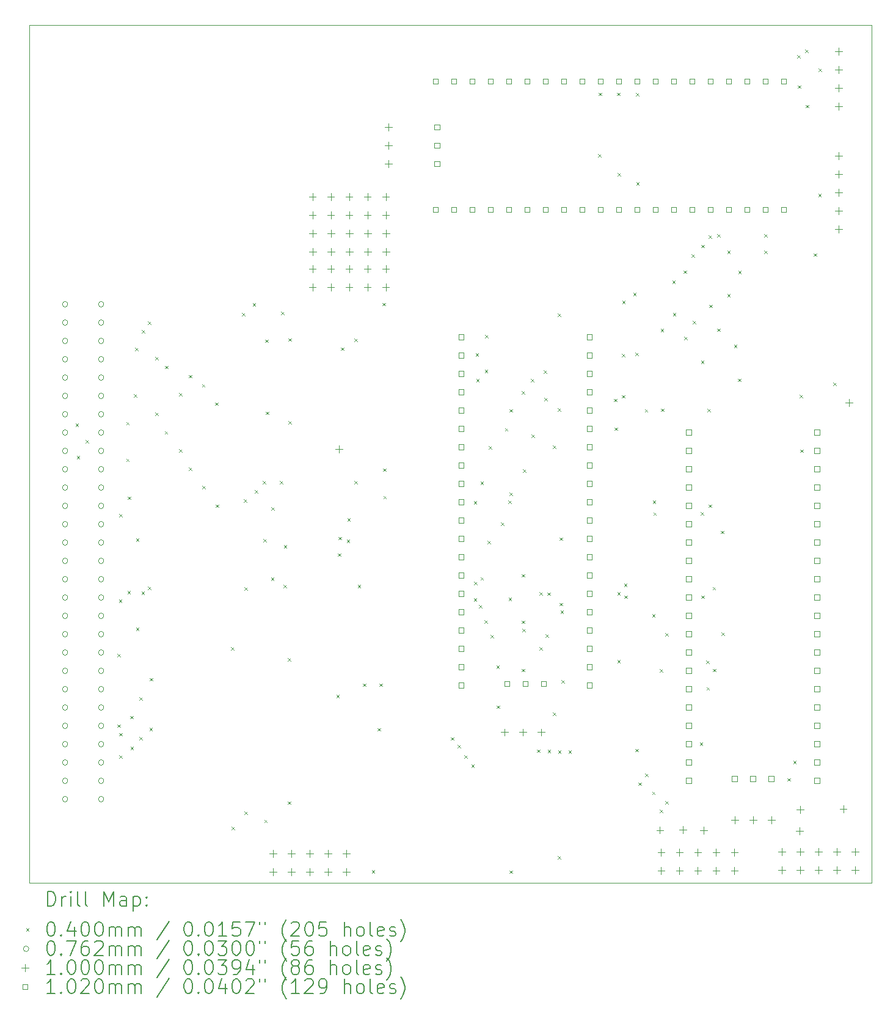
<source format=gbr>
%TF.GenerationSoftware,KiCad,Pcbnew,6.0.11-2627ca5db0~126~ubuntu22.04.1*%
%TF.CreationDate,2023-02-12T16:42:52+00:00*%
%TF.ProjectId,srom,73726f6d-2e6b-4696-9361-645f70636258,v1.0*%
%TF.SameCoordinates,Original*%
%TF.FileFunction,Drillmap*%
%TF.FilePolarity,Positive*%
%FSLAX45Y45*%
G04 Gerber Fmt 4.5, Leading zero omitted, Abs format (unit mm)*
G04 Created by KiCad (PCBNEW 6.0.11-2627ca5db0~126~ubuntu22.04.1) date 2023-02-12 16:42:52*
%MOMM*%
%LPD*%
G01*
G04 APERTURE LIST*
%ADD10C,0.100000*%
%ADD11C,0.200000*%
%ADD12C,0.040000*%
%ADD13C,0.076200*%
%ADD14C,0.102000*%
G04 APERTURE END LIST*
D10*
X4542000Y-5612000D02*
X16218000Y-5612000D01*
X16218000Y-5612000D02*
X16218000Y-17507000D01*
X16218000Y-17507000D02*
X4542000Y-17507000D01*
X4542000Y-17507000D02*
X4542000Y-5612000D01*
D11*
D12*
X5183000Y-11140000D02*
X5223000Y-11180000D01*
X5223000Y-11140000D02*
X5183000Y-11180000D01*
X5202000Y-11584000D02*
X5242000Y-11624000D01*
X5242000Y-11584000D02*
X5202000Y-11624000D01*
X5325000Y-11365000D02*
X5365000Y-11405000D01*
X5365000Y-11365000D02*
X5325000Y-11405000D01*
X5764000Y-14326250D02*
X5804000Y-14366250D01*
X5804000Y-14326250D02*
X5764000Y-14366250D01*
X5764000Y-15306000D02*
X5804000Y-15346000D01*
X5804000Y-15306000D02*
X5764000Y-15346000D01*
X5786000Y-13573000D02*
X5826000Y-13613000D01*
X5826000Y-13573000D02*
X5786000Y-13613000D01*
X5787000Y-12389000D02*
X5827000Y-12429000D01*
X5827000Y-12389000D02*
X5787000Y-12429000D01*
X5787000Y-15426000D02*
X5827000Y-15466000D01*
X5827000Y-15426000D02*
X5787000Y-15466000D01*
X5789000Y-15737000D02*
X5829000Y-15777000D01*
X5829000Y-15737000D02*
X5789000Y-15777000D01*
X5887000Y-11117000D02*
X5927000Y-11157000D01*
X5927000Y-11117000D02*
X5887000Y-11157000D01*
X5887000Y-11624000D02*
X5927000Y-11664000D01*
X5927000Y-11624000D02*
X5887000Y-11664000D01*
X5904000Y-13455000D02*
X5944000Y-13495000D01*
X5944000Y-13455000D02*
X5904000Y-13495000D01*
X5910000Y-12148000D02*
X5950000Y-12188000D01*
X5950000Y-12148000D02*
X5910000Y-12188000D01*
X5943000Y-15189000D02*
X5983000Y-15229000D01*
X5983000Y-15189000D02*
X5943000Y-15229000D01*
X5946000Y-15615000D02*
X5986000Y-15655000D01*
X5986000Y-15615000D02*
X5946000Y-15655000D01*
X5995000Y-10731000D02*
X6035000Y-10771000D01*
X6035000Y-10731000D02*
X5995000Y-10771000D01*
X6008000Y-10087000D02*
X6048000Y-10127000D01*
X6048000Y-10087000D02*
X6008000Y-10127000D01*
X6023000Y-12731000D02*
X6063000Y-12771000D01*
X6063000Y-12731000D02*
X6023000Y-12771000D01*
X6023000Y-13967000D02*
X6063000Y-14007000D01*
X6063000Y-13967000D02*
X6023000Y-14007000D01*
X6067000Y-15479000D02*
X6107000Y-15519000D01*
X6107000Y-15479000D02*
X6067000Y-15519000D01*
X6068000Y-14932000D02*
X6108000Y-14972000D01*
X6108000Y-14932000D02*
X6068000Y-14972000D01*
X6098000Y-13467000D02*
X6138000Y-13507000D01*
X6138000Y-13467000D02*
X6098000Y-13507000D01*
X6100000Y-9840000D02*
X6140000Y-9880000D01*
X6140000Y-9840000D02*
X6100000Y-9880000D01*
X6187000Y-9722000D02*
X6227000Y-9762000D01*
X6227000Y-9722000D02*
X6187000Y-9762000D01*
X6189000Y-13395000D02*
X6229000Y-13435000D01*
X6229000Y-13395000D02*
X6189000Y-13435000D01*
X6209000Y-15356000D02*
X6249000Y-15396000D01*
X6249000Y-15356000D02*
X6209000Y-15396000D01*
X6212000Y-14664000D02*
X6252000Y-14704000D01*
X6252000Y-14664000D02*
X6212000Y-14704000D01*
X6288000Y-10212000D02*
X6328000Y-10252000D01*
X6328000Y-10212000D02*
X6288000Y-10252000D01*
X6288000Y-10985000D02*
X6328000Y-11025000D01*
X6328000Y-10985000D02*
X6288000Y-11025000D01*
X6419000Y-11242000D02*
X6459000Y-11282000D01*
X6459000Y-11242000D02*
X6419000Y-11282000D01*
X6424000Y-10338000D02*
X6464000Y-10378000D01*
X6464000Y-10338000D02*
X6424000Y-10378000D01*
X6616000Y-10715000D02*
X6656000Y-10755000D01*
X6656000Y-10715000D02*
X6616000Y-10755000D01*
X6619000Y-11495000D02*
X6659000Y-11535000D01*
X6659000Y-11495000D02*
X6619000Y-11535000D01*
X6753000Y-10464000D02*
X6793000Y-10504000D01*
X6793000Y-10464000D02*
X6753000Y-10504000D01*
X6756000Y-11749000D02*
X6796000Y-11789000D01*
X6796000Y-11749000D02*
X6756000Y-11789000D01*
X6936000Y-10592000D02*
X6976000Y-10632000D01*
X6976000Y-10592000D02*
X6936000Y-10632000D01*
X6940000Y-11998000D02*
X6980000Y-12038000D01*
X6980000Y-11998000D02*
X6940000Y-12038000D01*
X7120000Y-10846000D02*
X7160000Y-10886000D01*
X7160000Y-10846000D02*
X7120000Y-10886000D01*
X7129000Y-12258000D02*
X7169000Y-12298000D01*
X7169000Y-12258000D02*
X7129000Y-12298000D01*
X7338000Y-14235000D02*
X7378000Y-14275000D01*
X7378000Y-14235000D02*
X7338000Y-14275000D01*
X7350000Y-16727000D02*
X7390000Y-16767000D01*
X7390000Y-16727000D02*
X7350000Y-16767000D01*
X7489000Y-9603000D02*
X7529000Y-9643000D01*
X7529000Y-9603000D02*
X7489000Y-9643000D01*
X7519000Y-12186000D02*
X7559000Y-12226000D01*
X7559000Y-12186000D02*
X7519000Y-12226000D01*
X7523000Y-16513000D02*
X7563000Y-16553000D01*
X7563000Y-16513000D02*
X7523000Y-16553000D01*
X7524000Y-13405000D02*
X7564000Y-13445000D01*
X7564000Y-13405000D02*
X7524000Y-13445000D01*
X7639000Y-9470000D02*
X7679000Y-9510000D01*
X7679000Y-9470000D02*
X7639000Y-9510000D01*
X7671000Y-12060000D02*
X7711000Y-12100000D01*
X7711000Y-12060000D02*
X7671000Y-12100000D01*
X7782000Y-11935000D02*
X7822000Y-11975000D01*
X7822000Y-11935000D02*
X7782000Y-11975000D01*
X7785000Y-12739000D02*
X7825000Y-12779000D01*
X7825000Y-12739000D02*
X7785000Y-12779000D01*
X7800000Y-16627000D02*
X7840000Y-16667000D01*
X7840000Y-16627000D02*
X7800000Y-16667000D01*
X7815000Y-9972000D02*
X7855000Y-10012000D01*
X7855000Y-9972000D02*
X7815000Y-10012000D01*
X7821000Y-10973000D02*
X7861000Y-11013000D01*
X7861000Y-10973000D02*
X7821000Y-11013000D01*
X7893000Y-13272000D02*
X7933000Y-13312000D01*
X7933000Y-13272000D02*
X7893000Y-13312000D01*
X7899000Y-12298000D02*
X7939000Y-12338000D01*
X7939000Y-12298000D02*
X7899000Y-12338000D01*
X8019000Y-11935000D02*
X8059000Y-11975000D01*
X8059000Y-11935000D02*
X8019000Y-11975000D01*
X8035000Y-9587000D02*
X8075000Y-9627000D01*
X8075000Y-9587000D02*
X8035000Y-9627000D01*
X8069000Y-13370000D02*
X8109000Y-13410000D01*
X8109000Y-13370000D02*
X8069000Y-13410000D01*
X8070500Y-12823500D02*
X8110500Y-12863500D01*
X8110500Y-12823500D02*
X8070500Y-12863500D01*
X8125000Y-16373000D02*
X8165000Y-16413000D01*
X8165000Y-16373000D02*
X8125000Y-16413000D01*
X8127000Y-14388000D02*
X8167000Y-14428000D01*
X8167000Y-14388000D02*
X8127000Y-14428000D01*
X8133000Y-9955000D02*
X8173000Y-9995000D01*
X8173000Y-9955000D02*
X8133000Y-9995000D01*
X8137000Y-11101000D02*
X8177000Y-11141000D01*
X8177000Y-11101000D02*
X8137000Y-11141000D01*
X8799000Y-14898000D02*
X8839000Y-14938000D01*
X8839000Y-14898000D02*
X8799000Y-14938000D01*
X8818000Y-12937000D02*
X8858000Y-12977000D01*
X8858000Y-12937000D02*
X8818000Y-12977000D01*
X8827000Y-12708000D02*
X8867000Y-12748000D01*
X8867000Y-12708000D02*
X8827000Y-12748000D01*
X8862500Y-10083500D02*
X8902500Y-10123500D01*
X8902500Y-10083500D02*
X8862500Y-10123500D01*
X8942000Y-12745000D02*
X8982000Y-12785000D01*
X8982000Y-12745000D02*
X8942000Y-12785000D01*
X8950550Y-12448000D02*
X8990550Y-12488000D01*
X8990550Y-12448000D02*
X8950550Y-12488000D01*
X9048000Y-11933000D02*
X9088000Y-11973000D01*
X9088000Y-11933000D02*
X9048000Y-11973000D01*
X9049000Y-9962000D02*
X9089000Y-10002000D01*
X9089000Y-9962000D02*
X9049000Y-10002000D01*
X9095000Y-13373000D02*
X9135000Y-13413000D01*
X9135000Y-13373000D02*
X9095000Y-13413000D01*
X9166592Y-14739408D02*
X9206592Y-14779408D01*
X9206592Y-14739408D02*
X9166592Y-14779408D01*
X9291000Y-17325000D02*
X9331000Y-17365000D01*
X9331000Y-17325000D02*
X9291000Y-17365000D01*
X9373000Y-15357000D02*
X9413000Y-15397000D01*
X9413000Y-15357000D02*
X9373000Y-15397000D01*
X9397592Y-14739408D02*
X9437592Y-14779408D01*
X9437592Y-14739408D02*
X9397592Y-14779408D01*
X9436000Y-9465000D02*
X9476000Y-9505000D01*
X9476000Y-9465000D02*
X9436000Y-9505000D01*
X9446000Y-11760000D02*
X9486000Y-11800000D01*
X9486000Y-11760000D02*
X9446000Y-11800000D01*
X9452000Y-12140000D02*
X9492000Y-12180000D01*
X9492000Y-12140000D02*
X9452000Y-12180000D01*
X10386000Y-15485000D02*
X10426000Y-15525000D01*
X10426000Y-15485000D02*
X10386000Y-15525000D01*
X10480000Y-15592000D02*
X10520000Y-15632000D01*
X10520000Y-15592000D02*
X10480000Y-15632000D01*
X10570000Y-15736000D02*
X10610000Y-15776000D01*
X10610000Y-15736000D02*
X10570000Y-15776000D01*
X10671000Y-15863000D02*
X10711000Y-15903000D01*
X10711000Y-15863000D02*
X10671000Y-15903000D01*
X10704000Y-13557000D02*
X10744000Y-13597000D01*
X10744000Y-13557000D02*
X10704000Y-13597000D01*
X10705000Y-12210000D02*
X10745000Y-12250000D01*
X10745000Y-12210000D02*
X10705000Y-12250000D01*
X10710000Y-13327000D02*
X10750000Y-13367000D01*
X10750000Y-13327000D02*
X10710000Y-13367000D01*
X10730000Y-10166000D02*
X10770000Y-10206000D01*
X10770000Y-10166000D02*
X10730000Y-10206000D01*
X10739000Y-10517000D02*
X10779000Y-10557000D01*
X10779000Y-10517000D02*
X10739000Y-10557000D01*
X10777450Y-13649000D02*
X10817450Y-13689000D01*
X10817450Y-13649000D02*
X10777450Y-13689000D01*
X10798000Y-11944000D02*
X10838000Y-11984000D01*
X10838000Y-11944000D02*
X10798000Y-11984000D01*
X10798000Y-13265550D02*
X10838000Y-13305550D01*
X10838000Y-13265550D02*
X10798000Y-13305550D01*
X10849900Y-13865000D02*
X10889900Y-13905000D01*
X10889900Y-13865000D02*
X10849900Y-13905000D01*
X10856000Y-10391000D02*
X10896000Y-10431000D01*
X10896000Y-10391000D02*
X10856000Y-10431000D01*
X10860000Y-9911000D02*
X10900000Y-9951000D01*
X10900000Y-9911000D02*
X10860000Y-9951000D01*
X10892000Y-12764000D02*
X10932000Y-12804000D01*
X10932000Y-12764000D02*
X10892000Y-12804000D01*
X10912000Y-11450000D02*
X10952000Y-11490000D01*
X10952000Y-11450000D02*
X10912000Y-11490000D01*
X10935000Y-14066000D02*
X10975000Y-14106000D01*
X10975000Y-14066000D02*
X10935000Y-14106000D01*
X11018000Y-14490000D02*
X11058000Y-14530000D01*
X11058000Y-14490000D02*
X11018000Y-14530000D01*
X11020000Y-15045000D02*
X11060000Y-15085000D01*
X11060000Y-15045000D02*
X11020000Y-15085000D01*
X11079000Y-12508000D02*
X11119000Y-12548000D01*
X11119000Y-12508000D02*
X11079000Y-12548000D01*
X11135000Y-11201000D02*
X11175000Y-11241000D01*
X11175000Y-11201000D02*
X11135000Y-11241000D01*
X11184000Y-12206000D02*
X11224000Y-12246000D01*
X11224000Y-12206000D02*
X11184000Y-12246000D01*
X11187000Y-13546950D02*
X11227000Y-13586950D01*
X11227000Y-13546950D02*
X11187000Y-13586950D01*
X11197000Y-17331000D02*
X11237000Y-17371000D01*
X11237000Y-17331000D02*
X11197000Y-17371000D01*
X11200000Y-10937000D02*
X11240000Y-10977000D01*
X11240000Y-10937000D02*
X11200000Y-10977000D01*
X11200000Y-12092000D02*
X11240000Y-12132000D01*
X11240000Y-12092000D02*
X11200000Y-12132000D01*
X11367000Y-13868000D02*
X11407000Y-13908000D01*
X11407000Y-13868000D02*
X11367000Y-13908000D01*
X11369000Y-10686000D02*
X11409000Y-10726000D01*
X11409000Y-10686000D02*
X11369000Y-10726000D01*
X11369000Y-13223000D02*
X11409000Y-13263000D01*
X11409000Y-13223000D02*
X11369000Y-13263000D01*
X11371000Y-14536000D02*
X11411000Y-14576000D01*
X11411000Y-14536000D02*
X11371000Y-14576000D01*
X11376000Y-13979000D02*
X11416000Y-14019000D01*
X11416000Y-13979000D02*
X11376000Y-14019000D01*
X11386000Y-11772000D02*
X11426000Y-11812000D01*
X11426000Y-11772000D02*
X11386000Y-11812000D01*
X11497000Y-10521000D02*
X11537000Y-10561000D01*
X11537000Y-10521000D02*
X11497000Y-10561000D01*
X11505000Y-11287000D02*
X11545000Y-11327000D01*
X11545000Y-11287000D02*
X11505000Y-11327000D01*
X11583000Y-15654333D02*
X11623000Y-15694333D01*
X11623000Y-15654333D02*
X11583000Y-15694333D01*
X11613000Y-13475000D02*
X11653000Y-13515000D01*
X11653000Y-13475000D02*
X11613000Y-13515000D01*
X11614000Y-14233000D02*
X11654000Y-14273000D01*
X11654000Y-14233000D02*
X11614000Y-14273000D01*
X11674000Y-10400000D02*
X11714000Y-10440000D01*
X11714000Y-10400000D02*
X11674000Y-10440000D01*
X11683000Y-10781000D02*
X11723000Y-10821000D01*
X11723000Y-10781000D02*
X11683000Y-10821000D01*
X11702000Y-14061000D02*
X11742000Y-14101000D01*
X11742000Y-14061000D02*
X11702000Y-14101000D01*
X11724000Y-13477000D02*
X11764000Y-13517000D01*
X11764000Y-13477000D02*
X11724000Y-13517000D01*
X11728000Y-15660667D02*
X11768000Y-15700667D01*
X11768000Y-15660667D02*
X11728000Y-15700667D01*
X11799000Y-11443000D02*
X11839000Y-11483000D01*
X11839000Y-11443000D02*
X11799000Y-11483000D01*
X11801000Y-15142000D02*
X11841000Y-15182000D01*
X11841000Y-15142000D02*
X11801000Y-15182000D01*
X11870000Y-9615000D02*
X11910000Y-9655000D01*
X11910000Y-9615000D02*
X11870000Y-9655000D01*
X11870000Y-10928000D02*
X11910000Y-10968000D01*
X11910000Y-10928000D02*
X11870000Y-10968000D01*
X11871000Y-17133000D02*
X11911000Y-17173000D01*
X11911000Y-17133000D02*
X11871000Y-17173000D01*
X11873000Y-15667000D02*
X11913000Y-15707000D01*
X11913000Y-15667000D02*
X11873000Y-15707000D01*
X11892000Y-13621000D02*
X11932000Y-13661000D01*
X11932000Y-13621000D02*
X11892000Y-13661000D01*
X11895000Y-12715000D02*
X11935000Y-12755000D01*
X11935000Y-12715000D02*
X11895000Y-12755000D01*
X11906000Y-13730000D02*
X11946000Y-13770000D01*
X11946000Y-13730000D02*
X11906000Y-13770000D01*
X11917320Y-14694680D02*
X11957320Y-14734680D01*
X11957320Y-14694680D02*
X11917320Y-14734680D01*
X12017000Y-15666000D02*
X12057000Y-15706000D01*
X12057000Y-15666000D02*
X12017000Y-15706000D01*
X12426000Y-7404000D02*
X12466000Y-7444000D01*
X12466000Y-7404000D02*
X12426000Y-7444000D01*
X12436000Y-6552000D02*
X12476000Y-6592000D01*
X12476000Y-6552000D02*
X12436000Y-6592000D01*
X12648000Y-10794000D02*
X12688000Y-10834000D01*
X12688000Y-10794000D02*
X12648000Y-10834000D01*
X12657000Y-11192000D02*
X12697000Y-11232000D01*
X12697000Y-11192000D02*
X12657000Y-11232000D01*
X12691000Y-6552000D02*
X12731000Y-6592000D01*
X12731000Y-6552000D02*
X12691000Y-6592000D01*
X12693000Y-13475000D02*
X12733000Y-13515000D01*
X12733000Y-13475000D02*
X12693000Y-13515000D01*
X12693000Y-14416000D02*
X12733000Y-14456000D01*
X12733000Y-14416000D02*
X12693000Y-14456000D01*
X12696000Y-7664000D02*
X12736000Y-7704000D01*
X12736000Y-7664000D02*
X12696000Y-7704000D01*
X12757000Y-10169000D02*
X12797000Y-10209000D01*
X12797000Y-10169000D02*
X12757000Y-10209000D01*
X12760000Y-10743000D02*
X12800000Y-10783000D01*
X12800000Y-10743000D02*
X12760000Y-10783000D01*
X12762000Y-9436000D02*
X12802000Y-9476000D01*
X12802000Y-9436000D02*
X12762000Y-9476000D01*
X12788000Y-13355000D02*
X12828000Y-13395000D01*
X12828000Y-13355000D02*
X12788000Y-13395000D01*
X12794000Y-13521000D02*
X12834000Y-13561000D01*
X12834000Y-13521000D02*
X12794000Y-13561000D01*
X12915000Y-9323000D02*
X12955000Y-9363000D01*
X12955000Y-9323000D02*
X12915000Y-9363000D01*
X12943000Y-15646000D02*
X12983000Y-15686000D01*
X12983000Y-15646000D02*
X12943000Y-15686000D01*
X12945000Y-10153000D02*
X12985000Y-10193000D01*
X12985000Y-10153000D02*
X12945000Y-10193000D01*
X12950000Y-6558000D02*
X12990000Y-6598000D01*
X12990000Y-6558000D02*
X12950000Y-6598000D01*
X12956000Y-7794000D02*
X12996000Y-7834000D01*
X12996000Y-7794000D02*
X12956000Y-7834000D01*
X12983000Y-16112000D02*
X13023000Y-16152000D01*
X13023000Y-16112000D02*
X12983000Y-16152000D01*
X13075000Y-10939000D02*
X13115000Y-10979000D01*
X13115000Y-10939000D02*
X13075000Y-10979000D01*
X13079000Y-15986000D02*
X13119000Y-16026000D01*
X13119000Y-15986000D02*
X13079000Y-16026000D01*
X13176000Y-16239000D02*
X13216000Y-16279000D01*
X13216000Y-16239000D02*
X13176000Y-16279000D01*
X13176450Y-13778000D02*
X13216450Y-13818000D01*
X13216450Y-13778000D02*
X13176450Y-13818000D01*
X13184000Y-12206000D02*
X13224000Y-12246000D01*
X13224000Y-12206000D02*
X13184000Y-12246000D01*
X13193000Y-12369000D02*
X13233000Y-12409000D01*
X13233000Y-12369000D02*
X13193000Y-12409000D01*
X13282000Y-16491000D02*
X13322000Y-16531000D01*
X13322000Y-16491000D02*
X13282000Y-16531000D01*
X13283000Y-14540000D02*
X13323000Y-14580000D01*
X13323000Y-14540000D02*
X13283000Y-14580000D01*
X13296000Y-9825000D02*
X13336000Y-9865000D01*
X13336000Y-9825000D02*
X13296000Y-9865000D01*
X13301000Y-10929000D02*
X13341000Y-10969000D01*
X13341000Y-10929000D02*
X13301000Y-10969000D01*
X13358000Y-16367000D02*
X13398000Y-16407000D01*
X13398000Y-16367000D02*
X13358000Y-16407000D01*
X13359000Y-14042000D02*
X13399000Y-14082000D01*
X13399000Y-14042000D02*
X13359000Y-14082000D01*
X13457000Y-9155000D02*
X13497000Y-9195000D01*
X13497000Y-9155000D02*
X13457000Y-9195000D01*
X13465000Y-9603000D02*
X13505000Y-9643000D01*
X13505000Y-9603000D02*
X13465000Y-9643000D01*
X13612000Y-9015000D02*
X13652000Y-9055000D01*
X13652000Y-9015000D02*
X13612000Y-9055000D01*
X13621000Y-9937000D02*
X13661000Y-9977000D01*
X13661000Y-9937000D02*
X13621000Y-9977000D01*
X13725000Y-8794000D02*
X13765000Y-8834000D01*
X13765000Y-8794000D02*
X13725000Y-8834000D01*
X13742000Y-9716000D02*
X13782000Y-9756000D01*
X13782000Y-9716000D02*
X13742000Y-9756000D01*
X13838000Y-15555000D02*
X13878000Y-15595000D01*
X13878000Y-15555000D02*
X13838000Y-15595000D01*
X13850000Y-12363000D02*
X13890000Y-12403000D01*
X13890000Y-12363000D02*
X13850000Y-12403000D01*
X13854000Y-10262000D02*
X13894000Y-10302000D01*
X13894000Y-10262000D02*
X13854000Y-10302000D01*
X13857000Y-13521000D02*
X13897000Y-13561000D01*
X13897000Y-13521000D02*
X13857000Y-13561000D01*
X13859000Y-8660000D02*
X13899000Y-8700000D01*
X13899000Y-8660000D02*
X13859000Y-8700000D01*
X13926000Y-14423000D02*
X13966000Y-14463000D01*
X13966000Y-14423000D02*
X13926000Y-14463000D01*
X13929000Y-14790000D02*
X13969000Y-14830000D01*
X13969000Y-14790000D02*
X13929000Y-14830000D01*
X13942000Y-10934000D02*
X13982000Y-10974000D01*
X13982000Y-10934000D02*
X13942000Y-10974000D01*
X13958000Y-8530000D02*
X13998000Y-8570000D01*
X13998000Y-8530000D02*
X13958000Y-8570000D01*
X13959000Y-12258000D02*
X13999000Y-12298000D01*
X13999000Y-12258000D02*
X13959000Y-12298000D01*
X13967000Y-9491000D02*
X14007000Y-9531000D01*
X14007000Y-9491000D02*
X13967000Y-9531000D01*
X14015000Y-13403000D02*
X14055000Y-13443000D01*
X14055000Y-13403000D02*
X14015000Y-13443000D01*
X14020000Y-14537000D02*
X14060000Y-14577000D01*
X14060000Y-14537000D02*
X14020000Y-14577000D01*
X14079000Y-8515000D02*
X14119000Y-8555000D01*
X14119000Y-8515000D02*
X14079000Y-8555000D01*
X14079000Y-9821000D02*
X14119000Y-9861000D01*
X14119000Y-9821000D02*
X14079000Y-9861000D01*
X14131000Y-12623000D02*
X14171000Y-12663000D01*
X14171000Y-12623000D02*
X14131000Y-12663000D01*
X14135000Y-14033000D02*
X14175000Y-14073000D01*
X14175000Y-14033000D02*
X14135000Y-14073000D01*
X14219000Y-8743000D02*
X14259000Y-8783000D01*
X14259000Y-8743000D02*
X14219000Y-8783000D01*
X14219000Y-9341000D02*
X14259000Y-9381000D01*
X14259000Y-9341000D02*
X14219000Y-9381000D01*
X14312000Y-10044000D02*
X14352000Y-10084000D01*
X14352000Y-10044000D02*
X14312000Y-10084000D01*
X14366000Y-10514000D02*
X14406000Y-10554000D01*
X14406000Y-10514000D02*
X14366000Y-10554000D01*
X14370000Y-9023000D02*
X14410000Y-9063000D01*
X14410000Y-9023000D02*
X14370000Y-9063000D01*
X14730000Y-8513000D02*
X14770000Y-8553000D01*
X14770000Y-8513000D02*
X14730000Y-8553000D01*
X14732000Y-8743000D02*
X14772000Y-8783000D01*
X14772000Y-8743000D02*
X14732000Y-8783000D01*
X15050000Y-16052000D02*
X15090000Y-16092000D01*
X15090000Y-16052000D02*
X15050000Y-16092000D01*
X15132500Y-15809500D02*
X15172500Y-15849500D01*
X15172500Y-15809500D02*
X15132500Y-15849500D01*
X15190000Y-6033000D02*
X15230000Y-6073000D01*
X15230000Y-6033000D02*
X15190000Y-6073000D01*
X15197000Y-6451000D02*
X15237000Y-6491000D01*
X15237000Y-6451000D02*
X15197000Y-6491000D01*
X15219000Y-10739000D02*
X15259000Y-10779000D01*
X15259000Y-10739000D02*
X15219000Y-10779000D01*
X15227000Y-11496000D02*
X15267000Y-11536000D01*
X15267000Y-11496000D02*
X15227000Y-11536000D01*
X15300000Y-5955000D02*
X15340000Y-5995000D01*
X15340000Y-5955000D02*
X15300000Y-5995000D01*
X15305000Y-6722000D02*
X15345000Y-6762000D01*
X15345000Y-6722000D02*
X15305000Y-6762000D01*
X15416000Y-8778000D02*
X15456000Y-8818000D01*
X15456000Y-8778000D02*
X15416000Y-8818000D01*
X15478500Y-7952500D02*
X15518500Y-7992500D01*
X15518500Y-7952500D02*
X15478500Y-7992500D01*
X15485000Y-6216000D02*
X15525000Y-6256000D01*
X15525000Y-6216000D02*
X15485000Y-6256000D01*
X15685000Y-10570000D02*
X15725000Y-10610000D01*
X15725000Y-10570000D02*
X15685000Y-10610000D01*
D13*
X5077100Y-9484000D02*
G75*
G03*
X5077100Y-9484000I-38100J0D01*
G01*
X5077100Y-9738000D02*
G75*
G03*
X5077100Y-9738000I-38100J0D01*
G01*
X5077100Y-9992000D02*
G75*
G03*
X5077100Y-9992000I-38100J0D01*
G01*
X5077100Y-10246000D02*
G75*
G03*
X5077100Y-10246000I-38100J0D01*
G01*
X5077100Y-10500000D02*
G75*
G03*
X5077100Y-10500000I-38100J0D01*
G01*
X5077100Y-10754000D02*
G75*
G03*
X5077100Y-10754000I-38100J0D01*
G01*
X5077100Y-11008000D02*
G75*
G03*
X5077100Y-11008000I-38100J0D01*
G01*
X5077100Y-11262000D02*
G75*
G03*
X5077100Y-11262000I-38100J0D01*
G01*
X5077100Y-11516000D02*
G75*
G03*
X5077100Y-11516000I-38100J0D01*
G01*
X5077100Y-11770000D02*
G75*
G03*
X5077100Y-11770000I-38100J0D01*
G01*
X5077100Y-12024000D02*
G75*
G03*
X5077100Y-12024000I-38100J0D01*
G01*
X5077100Y-12278000D02*
G75*
G03*
X5077100Y-12278000I-38100J0D01*
G01*
X5077100Y-12532000D02*
G75*
G03*
X5077100Y-12532000I-38100J0D01*
G01*
X5077100Y-12786000D02*
G75*
G03*
X5077100Y-12786000I-38100J0D01*
G01*
X5077100Y-13040000D02*
G75*
G03*
X5077100Y-13040000I-38100J0D01*
G01*
X5077100Y-13294000D02*
G75*
G03*
X5077100Y-13294000I-38100J0D01*
G01*
X5077100Y-13548000D02*
G75*
G03*
X5077100Y-13548000I-38100J0D01*
G01*
X5077100Y-13802000D02*
G75*
G03*
X5077100Y-13802000I-38100J0D01*
G01*
X5077100Y-14056000D02*
G75*
G03*
X5077100Y-14056000I-38100J0D01*
G01*
X5077100Y-14310000D02*
G75*
G03*
X5077100Y-14310000I-38100J0D01*
G01*
X5077100Y-14564000D02*
G75*
G03*
X5077100Y-14564000I-38100J0D01*
G01*
X5077100Y-14818000D02*
G75*
G03*
X5077100Y-14818000I-38100J0D01*
G01*
X5077100Y-15072000D02*
G75*
G03*
X5077100Y-15072000I-38100J0D01*
G01*
X5077100Y-15326000D02*
G75*
G03*
X5077100Y-15326000I-38100J0D01*
G01*
X5077100Y-15580000D02*
G75*
G03*
X5077100Y-15580000I-38100J0D01*
G01*
X5077100Y-15834000D02*
G75*
G03*
X5077100Y-15834000I-38100J0D01*
G01*
X5077100Y-16088000D02*
G75*
G03*
X5077100Y-16088000I-38100J0D01*
G01*
X5077100Y-16342000D02*
G75*
G03*
X5077100Y-16342000I-38100J0D01*
G01*
X5577100Y-9484000D02*
G75*
G03*
X5577100Y-9484000I-38100J0D01*
G01*
X5577100Y-9738000D02*
G75*
G03*
X5577100Y-9738000I-38100J0D01*
G01*
X5577100Y-9992000D02*
G75*
G03*
X5577100Y-9992000I-38100J0D01*
G01*
X5577100Y-10246000D02*
G75*
G03*
X5577100Y-10246000I-38100J0D01*
G01*
X5577100Y-10500000D02*
G75*
G03*
X5577100Y-10500000I-38100J0D01*
G01*
X5577100Y-10754000D02*
G75*
G03*
X5577100Y-10754000I-38100J0D01*
G01*
X5577100Y-11008000D02*
G75*
G03*
X5577100Y-11008000I-38100J0D01*
G01*
X5577100Y-11262000D02*
G75*
G03*
X5577100Y-11262000I-38100J0D01*
G01*
X5577100Y-11516000D02*
G75*
G03*
X5577100Y-11516000I-38100J0D01*
G01*
X5577100Y-11770000D02*
G75*
G03*
X5577100Y-11770000I-38100J0D01*
G01*
X5577100Y-12024000D02*
G75*
G03*
X5577100Y-12024000I-38100J0D01*
G01*
X5577100Y-12278000D02*
G75*
G03*
X5577100Y-12278000I-38100J0D01*
G01*
X5577100Y-12532000D02*
G75*
G03*
X5577100Y-12532000I-38100J0D01*
G01*
X5577100Y-12786000D02*
G75*
G03*
X5577100Y-12786000I-38100J0D01*
G01*
X5577100Y-13040000D02*
G75*
G03*
X5577100Y-13040000I-38100J0D01*
G01*
X5577100Y-13294000D02*
G75*
G03*
X5577100Y-13294000I-38100J0D01*
G01*
X5577100Y-13548000D02*
G75*
G03*
X5577100Y-13548000I-38100J0D01*
G01*
X5577100Y-13802000D02*
G75*
G03*
X5577100Y-13802000I-38100J0D01*
G01*
X5577100Y-14056000D02*
G75*
G03*
X5577100Y-14056000I-38100J0D01*
G01*
X5577100Y-14310000D02*
G75*
G03*
X5577100Y-14310000I-38100J0D01*
G01*
X5577100Y-14564000D02*
G75*
G03*
X5577100Y-14564000I-38100J0D01*
G01*
X5577100Y-14818000D02*
G75*
G03*
X5577100Y-14818000I-38100J0D01*
G01*
X5577100Y-15072000D02*
G75*
G03*
X5577100Y-15072000I-38100J0D01*
G01*
X5577100Y-15326000D02*
G75*
G03*
X5577100Y-15326000I-38100J0D01*
G01*
X5577100Y-15580000D02*
G75*
G03*
X5577100Y-15580000I-38100J0D01*
G01*
X5577100Y-15834000D02*
G75*
G03*
X5577100Y-15834000I-38100J0D01*
G01*
X5577100Y-16088000D02*
G75*
G03*
X5577100Y-16088000I-38100J0D01*
G01*
X5577100Y-16342000D02*
G75*
G03*
X5577100Y-16342000I-38100J0D01*
G01*
D10*
X7919000Y-17046000D02*
X7919000Y-17146000D01*
X7869000Y-17096000D02*
X7969000Y-17096000D01*
X7919000Y-17300000D02*
X7919000Y-17400000D01*
X7869000Y-17350000D02*
X7969000Y-17350000D01*
X8173000Y-17046000D02*
X8173000Y-17146000D01*
X8123000Y-17096000D02*
X8223000Y-17096000D01*
X8173000Y-17300000D02*
X8173000Y-17400000D01*
X8123000Y-17350000D02*
X8223000Y-17350000D01*
X8427000Y-17046000D02*
X8427000Y-17146000D01*
X8377000Y-17096000D02*
X8477000Y-17096000D01*
X8427000Y-17300000D02*
X8427000Y-17400000D01*
X8377000Y-17350000D02*
X8477000Y-17350000D01*
X8468000Y-7946000D02*
X8468000Y-8046000D01*
X8418000Y-7996000D02*
X8518000Y-7996000D01*
X8468000Y-8200000D02*
X8468000Y-8300000D01*
X8418000Y-8250000D02*
X8518000Y-8250000D01*
X8468000Y-8947000D02*
X8468000Y-9047000D01*
X8418000Y-8997000D02*
X8518000Y-8997000D01*
X8468000Y-9201000D02*
X8468000Y-9301000D01*
X8418000Y-9251000D02*
X8518000Y-9251000D01*
X8472000Y-8455000D02*
X8472000Y-8555000D01*
X8422000Y-8505000D02*
X8522000Y-8505000D01*
X8472000Y-8709000D02*
X8472000Y-8809000D01*
X8422000Y-8759000D02*
X8522000Y-8759000D01*
X8681000Y-17046000D02*
X8681000Y-17146000D01*
X8631000Y-17096000D02*
X8731000Y-17096000D01*
X8681000Y-17300000D02*
X8681000Y-17400000D01*
X8631000Y-17350000D02*
X8731000Y-17350000D01*
X8722000Y-7946000D02*
X8722000Y-8046000D01*
X8672000Y-7996000D02*
X8772000Y-7996000D01*
X8722000Y-8200000D02*
X8722000Y-8300000D01*
X8672000Y-8250000D02*
X8772000Y-8250000D01*
X8722000Y-8947000D02*
X8722000Y-9047000D01*
X8672000Y-8997000D02*
X8772000Y-8997000D01*
X8722000Y-9201000D02*
X8722000Y-9301000D01*
X8672000Y-9251000D02*
X8772000Y-9251000D01*
X8726000Y-8455000D02*
X8726000Y-8555000D01*
X8676000Y-8505000D02*
X8776000Y-8505000D01*
X8726000Y-8709000D02*
X8726000Y-8809000D01*
X8676000Y-8759000D02*
X8776000Y-8759000D01*
X8838000Y-11444000D02*
X8838000Y-11544000D01*
X8788000Y-11494000D02*
X8888000Y-11494000D01*
X8935000Y-17046000D02*
X8935000Y-17146000D01*
X8885000Y-17096000D02*
X8985000Y-17096000D01*
X8935000Y-17300000D02*
X8935000Y-17400000D01*
X8885000Y-17350000D02*
X8985000Y-17350000D01*
X8976000Y-7946000D02*
X8976000Y-8046000D01*
X8926000Y-7996000D02*
X9026000Y-7996000D01*
X8976000Y-8200000D02*
X8976000Y-8300000D01*
X8926000Y-8250000D02*
X9026000Y-8250000D01*
X8976000Y-8947000D02*
X8976000Y-9047000D01*
X8926000Y-8997000D02*
X9026000Y-8997000D01*
X8976000Y-9201000D02*
X8976000Y-9301000D01*
X8926000Y-9251000D02*
X9026000Y-9251000D01*
X8980000Y-8455000D02*
X8980000Y-8555000D01*
X8930000Y-8505000D02*
X9030000Y-8505000D01*
X8980000Y-8709000D02*
X8980000Y-8809000D01*
X8930000Y-8759000D02*
X9030000Y-8759000D01*
X9230000Y-7946000D02*
X9230000Y-8046000D01*
X9180000Y-7996000D02*
X9280000Y-7996000D01*
X9230000Y-8200000D02*
X9230000Y-8300000D01*
X9180000Y-8250000D02*
X9280000Y-8250000D01*
X9230000Y-8947000D02*
X9230000Y-9047000D01*
X9180000Y-8997000D02*
X9280000Y-8997000D01*
X9230000Y-9201000D02*
X9230000Y-9301000D01*
X9180000Y-9251000D02*
X9280000Y-9251000D01*
X9234000Y-8455000D02*
X9234000Y-8555000D01*
X9184000Y-8505000D02*
X9284000Y-8505000D01*
X9234000Y-8709000D02*
X9234000Y-8809000D01*
X9184000Y-8759000D02*
X9284000Y-8759000D01*
X9484000Y-7946000D02*
X9484000Y-8046000D01*
X9434000Y-7996000D02*
X9534000Y-7996000D01*
X9484000Y-8200000D02*
X9484000Y-8300000D01*
X9434000Y-8250000D02*
X9534000Y-8250000D01*
X9484000Y-8947000D02*
X9484000Y-9047000D01*
X9434000Y-8997000D02*
X9534000Y-8997000D01*
X9484000Y-9201000D02*
X9484000Y-9301000D01*
X9434000Y-9251000D02*
X9534000Y-9251000D01*
X9488000Y-8455000D02*
X9488000Y-8555000D01*
X9438000Y-8505000D02*
X9538000Y-8505000D01*
X9488000Y-8709000D02*
X9488000Y-8809000D01*
X9438000Y-8759000D02*
X9538000Y-8759000D01*
X9525000Y-6980000D02*
X9525000Y-7080000D01*
X9475000Y-7030000D02*
X9575000Y-7030000D01*
X9525000Y-7234000D02*
X9525000Y-7334000D01*
X9475000Y-7284000D02*
X9575000Y-7284000D01*
X9525000Y-7488000D02*
X9525000Y-7588000D01*
X9475000Y-7538000D02*
X9575000Y-7538000D01*
X11133500Y-15365000D02*
X11133500Y-15465000D01*
X11083500Y-15415000D02*
X11183500Y-15415000D01*
X11387500Y-15365000D02*
X11387500Y-15465000D01*
X11337500Y-15415000D02*
X11437500Y-15415000D01*
X11641500Y-15365000D02*
X11641500Y-15465000D01*
X11591500Y-15415000D02*
X11691500Y-15415000D01*
X13285000Y-16721000D02*
X13285000Y-16821000D01*
X13235000Y-16771000D02*
X13335000Y-16771000D01*
X13302000Y-17027000D02*
X13302000Y-17127000D01*
X13252000Y-17077000D02*
X13352000Y-17077000D01*
X13302000Y-17281000D02*
X13302000Y-17381000D01*
X13252000Y-17331000D02*
X13352000Y-17331000D01*
X13556000Y-17027000D02*
X13556000Y-17127000D01*
X13506000Y-17077000D02*
X13606000Y-17077000D01*
X13556000Y-17281000D02*
X13556000Y-17381000D01*
X13506000Y-17331000D02*
X13606000Y-17331000D01*
X13601000Y-16718000D02*
X13601000Y-16818000D01*
X13551000Y-16768000D02*
X13651000Y-16768000D01*
X13810000Y-17027000D02*
X13810000Y-17127000D01*
X13760000Y-17077000D02*
X13860000Y-17077000D01*
X13810000Y-17281000D02*
X13810000Y-17381000D01*
X13760000Y-17331000D02*
X13860000Y-17331000D01*
X13894000Y-16727000D02*
X13894000Y-16827000D01*
X13844000Y-16777000D02*
X13944000Y-16777000D01*
X14064000Y-17027000D02*
X14064000Y-17127000D01*
X14014000Y-17077000D02*
X14114000Y-17077000D01*
X14064000Y-17281000D02*
X14064000Y-17381000D01*
X14014000Y-17331000D02*
X14114000Y-17331000D01*
X14318000Y-17027000D02*
X14318000Y-17127000D01*
X14268000Y-17077000D02*
X14368000Y-17077000D01*
X14318000Y-17281000D02*
X14318000Y-17381000D01*
X14268000Y-17331000D02*
X14368000Y-17331000D01*
X14321000Y-16584000D02*
X14321000Y-16684000D01*
X14271000Y-16634000D02*
X14371000Y-16634000D01*
X14575000Y-16584000D02*
X14575000Y-16684000D01*
X14525000Y-16634000D02*
X14625000Y-16634000D01*
X14829000Y-16584000D02*
X14829000Y-16684000D01*
X14779000Y-16634000D02*
X14879000Y-16634000D01*
X14975000Y-17022000D02*
X14975000Y-17122000D01*
X14925000Y-17072000D02*
X15025000Y-17072000D01*
X14975000Y-17276000D02*
X14975000Y-17376000D01*
X14925000Y-17326000D02*
X15025000Y-17326000D01*
X15222000Y-16735000D02*
X15222000Y-16835000D01*
X15172000Y-16785000D02*
X15272000Y-16785000D01*
X15228000Y-16437000D02*
X15228000Y-16537000D01*
X15178000Y-16487000D02*
X15278000Y-16487000D01*
X15229000Y-17022000D02*
X15229000Y-17122000D01*
X15179000Y-17072000D02*
X15279000Y-17072000D01*
X15229000Y-17276000D02*
X15229000Y-17376000D01*
X15179000Y-17326000D02*
X15279000Y-17326000D01*
X15483000Y-17022000D02*
X15483000Y-17122000D01*
X15433000Y-17072000D02*
X15533000Y-17072000D01*
X15483000Y-17276000D02*
X15483000Y-17376000D01*
X15433000Y-17326000D02*
X15533000Y-17326000D01*
X15737000Y-17022000D02*
X15737000Y-17122000D01*
X15687000Y-17072000D02*
X15787000Y-17072000D01*
X15737000Y-17276000D02*
X15737000Y-17376000D01*
X15687000Y-17326000D02*
X15787000Y-17326000D01*
X15759000Y-5930000D02*
X15759000Y-6030000D01*
X15709000Y-5980000D02*
X15809000Y-5980000D01*
X15759000Y-6184000D02*
X15759000Y-6284000D01*
X15709000Y-6234000D02*
X15809000Y-6234000D01*
X15759000Y-6438000D02*
X15759000Y-6538000D01*
X15709000Y-6488000D02*
X15809000Y-6488000D01*
X15759000Y-6692000D02*
X15759000Y-6792000D01*
X15709000Y-6742000D02*
X15809000Y-6742000D01*
X15759000Y-7376000D02*
X15759000Y-7476000D01*
X15709000Y-7426000D02*
X15809000Y-7426000D01*
X15759000Y-7630000D02*
X15759000Y-7730000D01*
X15709000Y-7680000D02*
X15809000Y-7680000D01*
X15759000Y-7884000D02*
X15759000Y-7984000D01*
X15709000Y-7934000D02*
X15809000Y-7934000D01*
X15759000Y-8138000D02*
X15759000Y-8238000D01*
X15709000Y-8188000D02*
X15809000Y-8188000D01*
X15759000Y-8392000D02*
X15759000Y-8492000D01*
X15709000Y-8442000D02*
X15809000Y-8442000D01*
X15826000Y-16427000D02*
X15826000Y-16527000D01*
X15776000Y-16477000D02*
X15876000Y-16477000D01*
X15909000Y-10799000D02*
X15909000Y-10899000D01*
X15859000Y-10849000D02*
X15959000Y-10849000D01*
X15991000Y-17022000D02*
X15991000Y-17122000D01*
X15941000Y-17072000D02*
X16041000Y-17072000D01*
X15991000Y-17276000D02*
X15991000Y-17376000D01*
X15941000Y-17326000D02*
X16041000Y-17326000D01*
D14*
X10208563Y-6432063D02*
X10208563Y-6359937D01*
X10136437Y-6359937D01*
X10136437Y-6432063D01*
X10208563Y-6432063D01*
X10208563Y-8210063D02*
X10208563Y-8137937D01*
X10136437Y-8137937D01*
X10136437Y-8210063D01*
X10208563Y-8210063D01*
X10231563Y-7067063D02*
X10231563Y-6994937D01*
X10159437Y-6994937D01*
X10159437Y-7067063D01*
X10231563Y-7067063D01*
X10231563Y-7321063D02*
X10231563Y-7248937D01*
X10159437Y-7248937D01*
X10159437Y-7321063D01*
X10231563Y-7321063D01*
X10231563Y-7575063D02*
X10231563Y-7502937D01*
X10159437Y-7502937D01*
X10159437Y-7575063D01*
X10231563Y-7575063D01*
X10462563Y-6432063D02*
X10462563Y-6359937D01*
X10390437Y-6359937D01*
X10390437Y-6432063D01*
X10462563Y-6432063D01*
X10462563Y-8210063D02*
X10462563Y-8137937D01*
X10390437Y-8137937D01*
X10390437Y-8210063D01*
X10462563Y-8210063D01*
X10566063Y-9974563D02*
X10566063Y-9902437D01*
X10493937Y-9902437D01*
X10493937Y-9974563D01*
X10566063Y-9974563D01*
X10566063Y-10228563D02*
X10566063Y-10156437D01*
X10493937Y-10156437D01*
X10493937Y-10228563D01*
X10566063Y-10228563D01*
X10566063Y-10482563D02*
X10566063Y-10410437D01*
X10493937Y-10410437D01*
X10493937Y-10482563D01*
X10566063Y-10482563D01*
X10566063Y-10736563D02*
X10566063Y-10664437D01*
X10493937Y-10664437D01*
X10493937Y-10736563D01*
X10566063Y-10736563D01*
X10566063Y-10990563D02*
X10566063Y-10918437D01*
X10493937Y-10918437D01*
X10493937Y-10990563D01*
X10566063Y-10990563D01*
X10566063Y-11244563D02*
X10566063Y-11172437D01*
X10493937Y-11172437D01*
X10493937Y-11244563D01*
X10566063Y-11244563D01*
X10566063Y-11498563D02*
X10566063Y-11426437D01*
X10493937Y-11426437D01*
X10493937Y-11498563D01*
X10566063Y-11498563D01*
X10566063Y-11752563D02*
X10566063Y-11680437D01*
X10493937Y-11680437D01*
X10493937Y-11752563D01*
X10566063Y-11752563D01*
X10566063Y-12006563D02*
X10566063Y-11934437D01*
X10493937Y-11934437D01*
X10493937Y-12006563D01*
X10566063Y-12006563D01*
X10566063Y-12260563D02*
X10566063Y-12188437D01*
X10493937Y-12188437D01*
X10493937Y-12260563D01*
X10566063Y-12260563D01*
X10566063Y-12514563D02*
X10566063Y-12442437D01*
X10493937Y-12442437D01*
X10493937Y-12514563D01*
X10566063Y-12514563D01*
X10566063Y-12768563D02*
X10566063Y-12696437D01*
X10493937Y-12696437D01*
X10493937Y-12768563D01*
X10566063Y-12768563D01*
X10566063Y-13022563D02*
X10566063Y-12950437D01*
X10493937Y-12950437D01*
X10493937Y-13022563D01*
X10566063Y-13022563D01*
X10566063Y-13276563D02*
X10566063Y-13204437D01*
X10493937Y-13204437D01*
X10493937Y-13276563D01*
X10566063Y-13276563D01*
X10566063Y-13530563D02*
X10566063Y-13458437D01*
X10493937Y-13458437D01*
X10493937Y-13530563D01*
X10566063Y-13530563D01*
X10566063Y-13784563D02*
X10566063Y-13712437D01*
X10493937Y-13712437D01*
X10493937Y-13784563D01*
X10566063Y-13784563D01*
X10566063Y-14038563D02*
X10566063Y-13966437D01*
X10493937Y-13966437D01*
X10493937Y-14038563D01*
X10566063Y-14038563D01*
X10566063Y-14292563D02*
X10566063Y-14220437D01*
X10493937Y-14220437D01*
X10493937Y-14292563D01*
X10566063Y-14292563D01*
X10566063Y-14546563D02*
X10566063Y-14474437D01*
X10493937Y-14474437D01*
X10493937Y-14546563D01*
X10566063Y-14546563D01*
X10566063Y-14800563D02*
X10566063Y-14728437D01*
X10493937Y-14728437D01*
X10493937Y-14800563D01*
X10566063Y-14800563D01*
X10716563Y-6432063D02*
X10716563Y-6359937D01*
X10644437Y-6359937D01*
X10644437Y-6432063D01*
X10716563Y-6432063D01*
X10716563Y-8210063D02*
X10716563Y-8137937D01*
X10644437Y-8137937D01*
X10644437Y-8210063D01*
X10716563Y-8210063D01*
X10970563Y-6432063D02*
X10970563Y-6359937D01*
X10898437Y-6359937D01*
X10898437Y-6432063D01*
X10970563Y-6432063D01*
X10970563Y-8210063D02*
X10970563Y-8137937D01*
X10898437Y-8137937D01*
X10898437Y-8210063D01*
X10970563Y-8210063D01*
X11201063Y-14777563D02*
X11201063Y-14705437D01*
X11128937Y-14705437D01*
X11128937Y-14777563D01*
X11201063Y-14777563D01*
X11224563Y-6432063D02*
X11224563Y-6359937D01*
X11152437Y-6359937D01*
X11152437Y-6432063D01*
X11224563Y-6432063D01*
X11224563Y-8210063D02*
X11224563Y-8137937D01*
X11152437Y-8137937D01*
X11152437Y-8210063D01*
X11224563Y-8210063D01*
X11455063Y-14777563D02*
X11455063Y-14705437D01*
X11382937Y-14705437D01*
X11382937Y-14777563D01*
X11455063Y-14777563D01*
X11478563Y-6432063D02*
X11478563Y-6359937D01*
X11406437Y-6359937D01*
X11406437Y-6432063D01*
X11478563Y-6432063D01*
X11478563Y-8210063D02*
X11478563Y-8137937D01*
X11406437Y-8137937D01*
X11406437Y-8210063D01*
X11478563Y-8210063D01*
X11709063Y-14777563D02*
X11709063Y-14705437D01*
X11636937Y-14705437D01*
X11636937Y-14777563D01*
X11709063Y-14777563D01*
X11732563Y-6432063D02*
X11732563Y-6359937D01*
X11660437Y-6359937D01*
X11660437Y-6432063D01*
X11732563Y-6432063D01*
X11732563Y-8210063D02*
X11732563Y-8137937D01*
X11660437Y-8137937D01*
X11660437Y-8210063D01*
X11732563Y-8210063D01*
X11986563Y-6432063D02*
X11986563Y-6359937D01*
X11914437Y-6359937D01*
X11914437Y-6432063D01*
X11986563Y-6432063D01*
X11986563Y-8210063D02*
X11986563Y-8137937D01*
X11914437Y-8137937D01*
X11914437Y-8210063D01*
X11986563Y-8210063D01*
X12240563Y-6432063D02*
X12240563Y-6359937D01*
X12168437Y-6359937D01*
X12168437Y-6432063D01*
X12240563Y-6432063D01*
X12240563Y-8210063D02*
X12240563Y-8137937D01*
X12168437Y-8137937D01*
X12168437Y-8210063D01*
X12240563Y-8210063D01*
X12344063Y-9974563D02*
X12344063Y-9902437D01*
X12271937Y-9902437D01*
X12271937Y-9974563D01*
X12344063Y-9974563D01*
X12344063Y-10228563D02*
X12344063Y-10156437D01*
X12271937Y-10156437D01*
X12271937Y-10228563D01*
X12344063Y-10228563D01*
X12344063Y-10482563D02*
X12344063Y-10410437D01*
X12271937Y-10410437D01*
X12271937Y-10482563D01*
X12344063Y-10482563D01*
X12344063Y-10736563D02*
X12344063Y-10664437D01*
X12271937Y-10664437D01*
X12271937Y-10736563D01*
X12344063Y-10736563D01*
X12344063Y-10990563D02*
X12344063Y-10918437D01*
X12271937Y-10918437D01*
X12271937Y-10990563D01*
X12344063Y-10990563D01*
X12344063Y-11244563D02*
X12344063Y-11172437D01*
X12271937Y-11172437D01*
X12271937Y-11244563D01*
X12344063Y-11244563D01*
X12344063Y-11498563D02*
X12344063Y-11426437D01*
X12271937Y-11426437D01*
X12271937Y-11498563D01*
X12344063Y-11498563D01*
X12344063Y-11752563D02*
X12344063Y-11680437D01*
X12271937Y-11680437D01*
X12271937Y-11752563D01*
X12344063Y-11752563D01*
X12344063Y-12006563D02*
X12344063Y-11934437D01*
X12271937Y-11934437D01*
X12271937Y-12006563D01*
X12344063Y-12006563D01*
X12344063Y-12260563D02*
X12344063Y-12188437D01*
X12271937Y-12188437D01*
X12271937Y-12260563D01*
X12344063Y-12260563D01*
X12344063Y-12514563D02*
X12344063Y-12442437D01*
X12271937Y-12442437D01*
X12271937Y-12514563D01*
X12344063Y-12514563D01*
X12344063Y-12768563D02*
X12344063Y-12696437D01*
X12271937Y-12696437D01*
X12271937Y-12768563D01*
X12344063Y-12768563D01*
X12344063Y-13022563D02*
X12344063Y-12950437D01*
X12271937Y-12950437D01*
X12271937Y-13022563D01*
X12344063Y-13022563D01*
X12344063Y-13276563D02*
X12344063Y-13204437D01*
X12271937Y-13204437D01*
X12271937Y-13276563D01*
X12344063Y-13276563D01*
X12344063Y-13530563D02*
X12344063Y-13458437D01*
X12271937Y-13458437D01*
X12271937Y-13530563D01*
X12344063Y-13530563D01*
X12344063Y-13784563D02*
X12344063Y-13712437D01*
X12271937Y-13712437D01*
X12271937Y-13784563D01*
X12344063Y-13784563D01*
X12344063Y-14038563D02*
X12344063Y-13966437D01*
X12271937Y-13966437D01*
X12271937Y-14038563D01*
X12344063Y-14038563D01*
X12344063Y-14292563D02*
X12344063Y-14220437D01*
X12271937Y-14220437D01*
X12271937Y-14292563D01*
X12344063Y-14292563D01*
X12344063Y-14546563D02*
X12344063Y-14474437D01*
X12271937Y-14474437D01*
X12271937Y-14546563D01*
X12344063Y-14546563D01*
X12344063Y-14800563D02*
X12344063Y-14728437D01*
X12271937Y-14728437D01*
X12271937Y-14800563D01*
X12344063Y-14800563D01*
X12494563Y-6432063D02*
X12494563Y-6359937D01*
X12422437Y-6359937D01*
X12422437Y-6432063D01*
X12494563Y-6432063D01*
X12494563Y-8210063D02*
X12494563Y-8137937D01*
X12422437Y-8137937D01*
X12422437Y-8210063D01*
X12494563Y-8210063D01*
X12748563Y-6432063D02*
X12748563Y-6359937D01*
X12676437Y-6359937D01*
X12676437Y-6432063D01*
X12748563Y-6432063D01*
X12748563Y-8210063D02*
X12748563Y-8137937D01*
X12676437Y-8137937D01*
X12676437Y-8210063D01*
X12748563Y-8210063D01*
X13002563Y-6432063D02*
X13002563Y-6359937D01*
X12930437Y-6359937D01*
X12930437Y-6432063D01*
X13002563Y-6432063D01*
X13002563Y-8210063D02*
X13002563Y-8137937D01*
X12930437Y-8137937D01*
X12930437Y-8210063D01*
X13002563Y-8210063D01*
X13256563Y-6432063D02*
X13256563Y-6359937D01*
X13184437Y-6359937D01*
X13184437Y-6432063D01*
X13256563Y-6432063D01*
X13256563Y-8210063D02*
X13256563Y-8137937D01*
X13184437Y-8137937D01*
X13184437Y-8210063D01*
X13256563Y-8210063D01*
X13510563Y-6432063D02*
X13510563Y-6359937D01*
X13438437Y-6359937D01*
X13438437Y-6432063D01*
X13510563Y-6432063D01*
X13510563Y-8210063D02*
X13510563Y-8137937D01*
X13438437Y-8137937D01*
X13438437Y-8210063D01*
X13510563Y-8210063D01*
X13718063Y-11293563D02*
X13718063Y-11221437D01*
X13645937Y-11221437D01*
X13645937Y-11293563D01*
X13718063Y-11293563D01*
X13718063Y-11547563D02*
X13718063Y-11475437D01*
X13645937Y-11475437D01*
X13645937Y-11547563D01*
X13718063Y-11547563D01*
X13718063Y-11801563D02*
X13718063Y-11729437D01*
X13645937Y-11729437D01*
X13645937Y-11801563D01*
X13718063Y-11801563D01*
X13718063Y-12055563D02*
X13718063Y-11983437D01*
X13645937Y-11983437D01*
X13645937Y-12055563D01*
X13718063Y-12055563D01*
X13718063Y-12309563D02*
X13718063Y-12237437D01*
X13645937Y-12237437D01*
X13645937Y-12309563D01*
X13718063Y-12309563D01*
X13718063Y-12563563D02*
X13718063Y-12491437D01*
X13645937Y-12491437D01*
X13645937Y-12563563D01*
X13718063Y-12563563D01*
X13718063Y-12817563D02*
X13718063Y-12745437D01*
X13645937Y-12745437D01*
X13645937Y-12817563D01*
X13718063Y-12817563D01*
X13718063Y-13071563D02*
X13718063Y-12999437D01*
X13645937Y-12999437D01*
X13645937Y-13071563D01*
X13718063Y-13071563D01*
X13718063Y-13325563D02*
X13718063Y-13253437D01*
X13645937Y-13253437D01*
X13645937Y-13325563D01*
X13718063Y-13325563D01*
X13718063Y-13579563D02*
X13718063Y-13507437D01*
X13645937Y-13507437D01*
X13645937Y-13579563D01*
X13718063Y-13579563D01*
X13718063Y-13833563D02*
X13718063Y-13761437D01*
X13645937Y-13761437D01*
X13645937Y-13833563D01*
X13718063Y-13833563D01*
X13718063Y-14087563D02*
X13718063Y-14015437D01*
X13645937Y-14015437D01*
X13645937Y-14087563D01*
X13718063Y-14087563D01*
X13718063Y-14341563D02*
X13718063Y-14269437D01*
X13645937Y-14269437D01*
X13645937Y-14341563D01*
X13718063Y-14341563D01*
X13718063Y-14595563D02*
X13718063Y-14523437D01*
X13645937Y-14523437D01*
X13645937Y-14595563D01*
X13718063Y-14595563D01*
X13718063Y-14849563D02*
X13718063Y-14777437D01*
X13645937Y-14777437D01*
X13645937Y-14849563D01*
X13718063Y-14849563D01*
X13718063Y-15103563D02*
X13718063Y-15031437D01*
X13645937Y-15031437D01*
X13645937Y-15103563D01*
X13718063Y-15103563D01*
X13718063Y-15357563D02*
X13718063Y-15285437D01*
X13645937Y-15285437D01*
X13645937Y-15357563D01*
X13718063Y-15357563D01*
X13718063Y-15611563D02*
X13718063Y-15539437D01*
X13645937Y-15539437D01*
X13645937Y-15611563D01*
X13718063Y-15611563D01*
X13718063Y-15865563D02*
X13718063Y-15793437D01*
X13645937Y-15793437D01*
X13645937Y-15865563D01*
X13718063Y-15865563D01*
X13718063Y-16119563D02*
X13718063Y-16047437D01*
X13645937Y-16047437D01*
X13645937Y-16119563D01*
X13718063Y-16119563D01*
X13764563Y-6432063D02*
X13764563Y-6359937D01*
X13692437Y-6359937D01*
X13692437Y-6432063D01*
X13764563Y-6432063D01*
X13764563Y-8210063D02*
X13764563Y-8137937D01*
X13692437Y-8137937D01*
X13692437Y-8210063D01*
X13764563Y-8210063D01*
X14018563Y-6432063D02*
X14018563Y-6359937D01*
X13946437Y-6359937D01*
X13946437Y-6432063D01*
X14018563Y-6432063D01*
X14018563Y-8210063D02*
X14018563Y-8137937D01*
X13946437Y-8137937D01*
X13946437Y-8210063D01*
X14018563Y-8210063D01*
X14272563Y-6432063D02*
X14272563Y-6359937D01*
X14200437Y-6359937D01*
X14200437Y-6432063D01*
X14272563Y-6432063D01*
X14272563Y-8210063D02*
X14272563Y-8137937D01*
X14200437Y-8137937D01*
X14200437Y-8210063D01*
X14272563Y-8210063D01*
X14353063Y-16096563D02*
X14353063Y-16024437D01*
X14280937Y-16024437D01*
X14280937Y-16096563D01*
X14353063Y-16096563D01*
X14526563Y-6432063D02*
X14526563Y-6359937D01*
X14454437Y-6359937D01*
X14454437Y-6432063D01*
X14526563Y-6432063D01*
X14526563Y-8210063D02*
X14526563Y-8137937D01*
X14454437Y-8137937D01*
X14454437Y-8210063D01*
X14526563Y-8210063D01*
X14607063Y-16096563D02*
X14607063Y-16024437D01*
X14534937Y-16024437D01*
X14534937Y-16096563D01*
X14607063Y-16096563D01*
X14780563Y-6432063D02*
X14780563Y-6359937D01*
X14708437Y-6359937D01*
X14708437Y-6432063D01*
X14780563Y-6432063D01*
X14780563Y-8210063D02*
X14780563Y-8137937D01*
X14708437Y-8137937D01*
X14708437Y-8210063D01*
X14780563Y-8210063D01*
X14861063Y-16096563D02*
X14861063Y-16024437D01*
X14788937Y-16024437D01*
X14788937Y-16096563D01*
X14861063Y-16096563D01*
X15034563Y-6432063D02*
X15034563Y-6359937D01*
X14962437Y-6359937D01*
X14962437Y-6432063D01*
X15034563Y-6432063D01*
X15034563Y-8210063D02*
X15034563Y-8137937D01*
X14962437Y-8137937D01*
X14962437Y-8210063D01*
X15034563Y-8210063D01*
X15496063Y-11293563D02*
X15496063Y-11221437D01*
X15423937Y-11221437D01*
X15423937Y-11293563D01*
X15496063Y-11293563D01*
X15496063Y-11547563D02*
X15496063Y-11475437D01*
X15423937Y-11475437D01*
X15423937Y-11547563D01*
X15496063Y-11547563D01*
X15496063Y-11801563D02*
X15496063Y-11729437D01*
X15423937Y-11729437D01*
X15423937Y-11801563D01*
X15496063Y-11801563D01*
X15496063Y-12055563D02*
X15496063Y-11983437D01*
X15423937Y-11983437D01*
X15423937Y-12055563D01*
X15496063Y-12055563D01*
X15496063Y-12309563D02*
X15496063Y-12237437D01*
X15423937Y-12237437D01*
X15423937Y-12309563D01*
X15496063Y-12309563D01*
X15496063Y-12563563D02*
X15496063Y-12491437D01*
X15423937Y-12491437D01*
X15423937Y-12563563D01*
X15496063Y-12563563D01*
X15496063Y-12817563D02*
X15496063Y-12745437D01*
X15423937Y-12745437D01*
X15423937Y-12817563D01*
X15496063Y-12817563D01*
X15496063Y-13071563D02*
X15496063Y-12999437D01*
X15423937Y-12999437D01*
X15423937Y-13071563D01*
X15496063Y-13071563D01*
X15496063Y-13325563D02*
X15496063Y-13253437D01*
X15423937Y-13253437D01*
X15423937Y-13325563D01*
X15496063Y-13325563D01*
X15496063Y-13579563D02*
X15496063Y-13507437D01*
X15423937Y-13507437D01*
X15423937Y-13579563D01*
X15496063Y-13579563D01*
X15496063Y-13833563D02*
X15496063Y-13761437D01*
X15423937Y-13761437D01*
X15423937Y-13833563D01*
X15496063Y-13833563D01*
X15496063Y-14087563D02*
X15496063Y-14015437D01*
X15423937Y-14015437D01*
X15423937Y-14087563D01*
X15496063Y-14087563D01*
X15496063Y-14341563D02*
X15496063Y-14269437D01*
X15423937Y-14269437D01*
X15423937Y-14341563D01*
X15496063Y-14341563D01*
X15496063Y-14595563D02*
X15496063Y-14523437D01*
X15423937Y-14523437D01*
X15423937Y-14595563D01*
X15496063Y-14595563D01*
X15496063Y-14849563D02*
X15496063Y-14777437D01*
X15423937Y-14777437D01*
X15423937Y-14849563D01*
X15496063Y-14849563D01*
X15496063Y-15103563D02*
X15496063Y-15031437D01*
X15423937Y-15031437D01*
X15423937Y-15103563D01*
X15496063Y-15103563D01*
X15496063Y-15357563D02*
X15496063Y-15285437D01*
X15423937Y-15285437D01*
X15423937Y-15357563D01*
X15496063Y-15357563D01*
X15496063Y-15611563D02*
X15496063Y-15539437D01*
X15423937Y-15539437D01*
X15423937Y-15611563D01*
X15496063Y-15611563D01*
X15496063Y-15865563D02*
X15496063Y-15793437D01*
X15423937Y-15793437D01*
X15423937Y-15865563D01*
X15496063Y-15865563D01*
X15496063Y-16119563D02*
X15496063Y-16047437D01*
X15423937Y-16047437D01*
X15423937Y-16119563D01*
X15496063Y-16119563D01*
D11*
X4794619Y-17822476D02*
X4794619Y-17622476D01*
X4842238Y-17622476D01*
X4870810Y-17632000D01*
X4889857Y-17651048D01*
X4899381Y-17670095D01*
X4908905Y-17708190D01*
X4908905Y-17736762D01*
X4899381Y-17774857D01*
X4889857Y-17793905D01*
X4870810Y-17812952D01*
X4842238Y-17822476D01*
X4794619Y-17822476D01*
X4994619Y-17822476D02*
X4994619Y-17689143D01*
X4994619Y-17727238D02*
X5004143Y-17708190D01*
X5013667Y-17698667D01*
X5032714Y-17689143D01*
X5051762Y-17689143D01*
X5118429Y-17822476D02*
X5118429Y-17689143D01*
X5118429Y-17622476D02*
X5108905Y-17632000D01*
X5118429Y-17641524D01*
X5127952Y-17632000D01*
X5118429Y-17622476D01*
X5118429Y-17641524D01*
X5242238Y-17822476D02*
X5223190Y-17812952D01*
X5213667Y-17793905D01*
X5213667Y-17622476D01*
X5347000Y-17822476D02*
X5327952Y-17812952D01*
X5318429Y-17793905D01*
X5318429Y-17622476D01*
X5575571Y-17822476D02*
X5575571Y-17622476D01*
X5642238Y-17765333D01*
X5708905Y-17622476D01*
X5708905Y-17822476D01*
X5889857Y-17822476D02*
X5889857Y-17717714D01*
X5880333Y-17698667D01*
X5861286Y-17689143D01*
X5823190Y-17689143D01*
X5804143Y-17698667D01*
X5889857Y-17812952D02*
X5870809Y-17822476D01*
X5823190Y-17822476D01*
X5804143Y-17812952D01*
X5794619Y-17793905D01*
X5794619Y-17774857D01*
X5804143Y-17755810D01*
X5823190Y-17746286D01*
X5870809Y-17746286D01*
X5889857Y-17736762D01*
X5985095Y-17689143D02*
X5985095Y-17889143D01*
X5985095Y-17698667D02*
X6004143Y-17689143D01*
X6042238Y-17689143D01*
X6061286Y-17698667D01*
X6070809Y-17708190D01*
X6080333Y-17727238D01*
X6080333Y-17784381D01*
X6070809Y-17803429D01*
X6061286Y-17812952D01*
X6042238Y-17822476D01*
X6004143Y-17822476D01*
X5985095Y-17812952D01*
X6166048Y-17803429D02*
X6175571Y-17812952D01*
X6166048Y-17822476D01*
X6156524Y-17812952D01*
X6166048Y-17803429D01*
X6166048Y-17822476D01*
X6166048Y-17698667D02*
X6175571Y-17708190D01*
X6166048Y-17717714D01*
X6156524Y-17708190D01*
X6166048Y-17698667D01*
X6166048Y-17717714D01*
D12*
X4497000Y-18132000D02*
X4537000Y-18172000D01*
X4537000Y-18132000D02*
X4497000Y-18172000D01*
D11*
X4832714Y-18042476D02*
X4851762Y-18042476D01*
X4870810Y-18052000D01*
X4880333Y-18061524D01*
X4889857Y-18080571D01*
X4899381Y-18118667D01*
X4899381Y-18166286D01*
X4889857Y-18204381D01*
X4880333Y-18223429D01*
X4870810Y-18232952D01*
X4851762Y-18242476D01*
X4832714Y-18242476D01*
X4813667Y-18232952D01*
X4804143Y-18223429D01*
X4794619Y-18204381D01*
X4785095Y-18166286D01*
X4785095Y-18118667D01*
X4794619Y-18080571D01*
X4804143Y-18061524D01*
X4813667Y-18052000D01*
X4832714Y-18042476D01*
X4985095Y-18223429D02*
X4994619Y-18232952D01*
X4985095Y-18242476D01*
X4975571Y-18232952D01*
X4985095Y-18223429D01*
X4985095Y-18242476D01*
X5166048Y-18109143D02*
X5166048Y-18242476D01*
X5118429Y-18032952D02*
X5070810Y-18175810D01*
X5194619Y-18175810D01*
X5308905Y-18042476D02*
X5327952Y-18042476D01*
X5347000Y-18052000D01*
X5356524Y-18061524D01*
X5366048Y-18080571D01*
X5375571Y-18118667D01*
X5375571Y-18166286D01*
X5366048Y-18204381D01*
X5356524Y-18223429D01*
X5347000Y-18232952D01*
X5327952Y-18242476D01*
X5308905Y-18242476D01*
X5289857Y-18232952D01*
X5280333Y-18223429D01*
X5270810Y-18204381D01*
X5261286Y-18166286D01*
X5261286Y-18118667D01*
X5270810Y-18080571D01*
X5280333Y-18061524D01*
X5289857Y-18052000D01*
X5308905Y-18042476D01*
X5499381Y-18042476D02*
X5518429Y-18042476D01*
X5537476Y-18052000D01*
X5547000Y-18061524D01*
X5556524Y-18080571D01*
X5566048Y-18118667D01*
X5566048Y-18166286D01*
X5556524Y-18204381D01*
X5547000Y-18223429D01*
X5537476Y-18232952D01*
X5518429Y-18242476D01*
X5499381Y-18242476D01*
X5480333Y-18232952D01*
X5470810Y-18223429D01*
X5461286Y-18204381D01*
X5451762Y-18166286D01*
X5451762Y-18118667D01*
X5461286Y-18080571D01*
X5470810Y-18061524D01*
X5480333Y-18052000D01*
X5499381Y-18042476D01*
X5651762Y-18242476D02*
X5651762Y-18109143D01*
X5651762Y-18128190D02*
X5661286Y-18118667D01*
X5680333Y-18109143D01*
X5708905Y-18109143D01*
X5727952Y-18118667D01*
X5737476Y-18137714D01*
X5737476Y-18242476D01*
X5737476Y-18137714D02*
X5747000Y-18118667D01*
X5766048Y-18109143D01*
X5794619Y-18109143D01*
X5813667Y-18118667D01*
X5823190Y-18137714D01*
X5823190Y-18242476D01*
X5918428Y-18242476D02*
X5918428Y-18109143D01*
X5918428Y-18128190D02*
X5927952Y-18118667D01*
X5947000Y-18109143D01*
X5975571Y-18109143D01*
X5994619Y-18118667D01*
X6004143Y-18137714D01*
X6004143Y-18242476D01*
X6004143Y-18137714D02*
X6013667Y-18118667D01*
X6032714Y-18109143D01*
X6061286Y-18109143D01*
X6080333Y-18118667D01*
X6089857Y-18137714D01*
X6089857Y-18242476D01*
X6480333Y-18032952D02*
X6308905Y-18290095D01*
X6737476Y-18042476D02*
X6756524Y-18042476D01*
X6775571Y-18052000D01*
X6785095Y-18061524D01*
X6794619Y-18080571D01*
X6804143Y-18118667D01*
X6804143Y-18166286D01*
X6794619Y-18204381D01*
X6785095Y-18223429D01*
X6775571Y-18232952D01*
X6756524Y-18242476D01*
X6737476Y-18242476D01*
X6718428Y-18232952D01*
X6708905Y-18223429D01*
X6699381Y-18204381D01*
X6689857Y-18166286D01*
X6689857Y-18118667D01*
X6699381Y-18080571D01*
X6708905Y-18061524D01*
X6718428Y-18052000D01*
X6737476Y-18042476D01*
X6889857Y-18223429D02*
X6899381Y-18232952D01*
X6889857Y-18242476D01*
X6880333Y-18232952D01*
X6889857Y-18223429D01*
X6889857Y-18242476D01*
X7023190Y-18042476D02*
X7042238Y-18042476D01*
X7061286Y-18052000D01*
X7070809Y-18061524D01*
X7080333Y-18080571D01*
X7089857Y-18118667D01*
X7089857Y-18166286D01*
X7080333Y-18204381D01*
X7070809Y-18223429D01*
X7061286Y-18232952D01*
X7042238Y-18242476D01*
X7023190Y-18242476D01*
X7004143Y-18232952D01*
X6994619Y-18223429D01*
X6985095Y-18204381D01*
X6975571Y-18166286D01*
X6975571Y-18118667D01*
X6985095Y-18080571D01*
X6994619Y-18061524D01*
X7004143Y-18052000D01*
X7023190Y-18042476D01*
X7280333Y-18242476D02*
X7166048Y-18242476D01*
X7223190Y-18242476D02*
X7223190Y-18042476D01*
X7204143Y-18071048D01*
X7185095Y-18090095D01*
X7166048Y-18099619D01*
X7461286Y-18042476D02*
X7366048Y-18042476D01*
X7356524Y-18137714D01*
X7366048Y-18128190D01*
X7385095Y-18118667D01*
X7432714Y-18118667D01*
X7451762Y-18128190D01*
X7461286Y-18137714D01*
X7470809Y-18156762D01*
X7470809Y-18204381D01*
X7461286Y-18223429D01*
X7451762Y-18232952D01*
X7432714Y-18242476D01*
X7385095Y-18242476D01*
X7366048Y-18232952D01*
X7356524Y-18223429D01*
X7537476Y-18042476D02*
X7670809Y-18042476D01*
X7585095Y-18242476D01*
X7737476Y-18042476D02*
X7737476Y-18080571D01*
X7813667Y-18042476D02*
X7813667Y-18080571D01*
X8108905Y-18318667D02*
X8099381Y-18309143D01*
X8080333Y-18280571D01*
X8070809Y-18261524D01*
X8061286Y-18232952D01*
X8051762Y-18185333D01*
X8051762Y-18147238D01*
X8061286Y-18099619D01*
X8070809Y-18071048D01*
X8080333Y-18052000D01*
X8099381Y-18023429D01*
X8108905Y-18013905D01*
X8175571Y-18061524D02*
X8185095Y-18052000D01*
X8204143Y-18042476D01*
X8251762Y-18042476D01*
X8270809Y-18052000D01*
X8280333Y-18061524D01*
X8289857Y-18080571D01*
X8289857Y-18099619D01*
X8280333Y-18128190D01*
X8166048Y-18242476D01*
X8289857Y-18242476D01*
X8413667Y-18042476D02*
X8432714Y-18042476D01*
X8451762Y-18052000D01*
X8461286Y-18061524D01*
X8470810Y-18080571D01*
X8480333Y-18118667D01*
X8480333Y-18166286D01*
X8470810Y-18204381D01*
X8461286Y-18223429D01*
X8451762Y-18232952D01*
X8432714Y-18242476D01*
X8413667Y-18242476D01*
X8394619Y-18232952D01*
X8385095Y-18223429D01*
X8375571Y-18204381D01*
X8366048Y-18166286D01*
X8366048Y-18118667D01*
X8375571Y-18080571D01*
X8385095Y-18061524D01*
X8394619Y-18052000D01*
X8413667Y-18042476D01*
X8661286Y-18042476D02*
X8566048Y-18042476D01*
X8556524Y-18137714D01*
X8566048Y-18128190D01*
X8585095Y-18118667D01*
X8632714Y-18118667D01*
X8651762Y-18128190D01*
X8661286Y-18137714D01*
X8670810Y-18156762D01*
X8670810Y-18204381D01*
X8661286Y-18223429D01*
X8651762Y-18232952D01*
X8632714Y-18242476D01*
X8585095Y-18242476D01*
X8566048Y-18232952D01*
X8556524Y-18223429D01*
X8908905Y-18242476D02*
X8908905Y-18042476D01*
X8994619Y-18242476D02*
X8994619Y-18137714D01*
X8985095Y-18118667D01*
X8966048Y-18109143D01*
X8937476Y-18109143D01*
X8918429Y-18118667D01*
X8908905Y-18128190D01*
X9118429Y-18242476D02*
X9099381Y-18232952D01*
X9089857Y-18223429D01*
X9080333Y-18204381D01*
X9080333Y-18147238D01*
X9089857Y-18128190D01*
X9099381Y-18118667D01*
X9118429Y-18109143D01*
X9147000Y-18109143D01*
X9166048Y-18118667D01*
X9175571Y-18128190D01*
X9185095Y-18147238D01*
X9185095Y-18204381D01*
X9175571Y-18223429D01*
X9166048Y-18232952D01*
X9147000Y-18242476D01*
X9118429Y-18242476D01*
X9299381Y-18242476D02*
X9280333Y-18232952D01*
X9270810Y-18213905D01*
X9270810Y-18042476D01*
X9451762Y-18232952D02*
X9432714Y-18242476D01*
X9394619Y-18242476D01*
X9375571Y-18232952D01*
X9366048Y-18213905D01*
X9366048Y-18137714D01*
X9375571Y-18118667D01*
X9394619Y-18109143D01*
X9432714Y-18109143D01*
X9451762Y-18118667D01*
X9461286Y-18137714D01*
X9461286Y-18156762D01*
X9366048Y-18175810D01*
X9537476Y-18232952D02*
X9556524Y-18242476D01*
X9594619Y-18242476D01*
X9613667Y-18232952D01*
X9623190Y-18213905D01*
X9623190Y-18204381D01*
X9613667Y-18185333D01*
X9594619Y-18175810D01*
X9566048Y-18175810D01*
X9547000Y-18166286D01*
X9537476Y-18147238D01*
X9537476Y-18137714D01*
X9547000Y-18118667D01*
X9566048Y-18109143D01*
X9594619Y-18109143D01*
X9613667Y-18118667D01*
X9689857Y-18318667D02*
X9699381Y-18309143D01*
X9718429Y-18280571D01*
X9727952Y-18261524D01*
X9737476Y-18232952D01*
X9747000Y-18185333D01*
X9747000Y-18147238D01*
X9737476Y-18099619D01*
X9727952Y-18071048D01*
X9718429Y-18052000D01*
X9699381Y-18023429D01*
X9689857Y-18013905D01*
D13*
X4537000Y-18416000D02*
G75*
G03*
X4537000Y-18416000I-38100J0D01*
G01*
D11*
X4832714Y-18306476D02*
X4851762Y-18306476D01*
X4870810Y-18316000D01*
X4880333Y-18325524D01*
X4889857Y-18344571D01*
X4899381Y-18382667D01*
X4899381Y-18430286D01*
X4889857Y-18468381D01*
X4880333Y-18487429D01*
X4870810Y-18496952D01*
X4851762Y-18506476D01*
X4832714Y-18506476D01*
X4813667Y-18496952D01*
X4804143Y-18487429D01*
X4794619Y-18468381D01*
X4785095Y-18430286D01*
X4785095Y-18382667D01*
X4794619Y-18344571D01*
X4804143Y-18325524D01*
X4813667Y-18316000D01*
X4832714Y-18306476D01*
X4985095Y-18487429D02*
X4994619Y-18496952D01*
X4985095Y-18506476D01*
X4975571Y-18496952D01*
X4985095Y-18487429D01*
X4985095Y-18506476D01*
X5061286Y-18306476D02*
X5194619Y-18306476D01*
X5108905Y-18506476D01*
X5356524Y-18306476D02*
X5318429Y-18306476D01*
X5299381Y-18316000D01*
X5289857Y-18325524D01*
X5270810Y-18354095D01*
X5261286Y-18392190D01*
X5261286Y-18468381D01*
X5270810Y-18487429D01*
X5280333Y-18496952D01*
X5299381Y-18506476D01*
X5337476Y-18506476D01*
X5356524Y-18496952D01*
X5366048Y-18487429D01*
X5375571Y-18468381D01*
X5375571Y-18420762D01*
X5366048Y-18401714D01*
X5356524Y-18392190D01*
X5337476Y-18382667D01*
X5299381Y-18382667D01*
X5280333Y-18392190D01*
X5270810Y-18401714D01*
X5261286Y-18420762D01*
X5451762Y-18325524D02*
X5461286Y-18316000D01*
X5480333Y-18306476D01*
X5527952Y-18306476D01*
X5547000Y-18316000D01*
X5556524Y-18325524D01*
X5566048Y-18344571D01*
X5566048Y-18363619D01*
X5556524Y-18392190D01*
X5442238Y-18506476D01*
X5566048Y-18506476D01*
X5651762Y-18506476D02*
X5651762Y-18373143D01*
X5651762Y-18392190D02*
X5661286Y-18382667D01*
X5680333Y-18373143D01*
X5708905Y-18373143D01*
X5727952Y-18382667D01*
X5737476Y-18401714D01*
X5737476Y-18506476D01*
X5737476Y-18401714D02*
X5747000Y-18382667D01*
X5766048Y-18373143D01*
X5794619Y-18373143D01*
X5813667Y-18382667D01*
X5823190Y-18401714D01*
X5823190Y-18506476D01*
X5918428Y-18506476D02*
X5918428Y-18373143D01*
X5918428Y-18392190D02*
X5927952Y-18382667D01*
X5947000Y-18373143D01*
X5975571Y-18373143D01*
X5994619Y-18382667D01*
X6004143Y-18401714D01*
X6004143Y-18506476D01*
X6004143Y-18401714D02*
X6013667Y-18382667D01*
X6032714Y-18373143D01*
X6061286Y-18373143D01*
X6080333Y-18382667D01*
X6089857Y-18401714D01*
X6089857Y-18506476D01*
X6480333Y-18296952D02*
X6308905Y-18554095D01*
X6737476Y-18306476D02*
X6756524Y-18306476D01*
X6775571Y-18316000D01*
X6785095Y-18325524D01*
X6794619Y-18344571D01*
X6804143Y-18382667D01*
X6804143Y-18430286D01*
X6794619Y-18468381D01*
X6785095Y-18487429D01*
X6775571Y-18496952D01*
X6756524Y-18506476D01*
X6737476Y-18506476D01*
X6718428Y-18496952D01*
X6708905Y-18487429D01*
X6699381Y-18468381D01*
X6689857Y-18430286D01*
X6689857Y-18382667D01*
X6699381Y-18344571D01*
X6708905Y-18325524D01*
X6718428Y-18316000D01*
X6737476Y-18306476D01*
X6889857Y-18487429D02*
X6899381Y-18496952D01*
X6889857Y-18506476D01*
X6880333Y-18496952D01*
X6889857Y-18487429D01*
X6889857Y-18506476D01*
X7023190Y-18306476D02*
X7042238Y-18306476D01*
X7061286Y-18316000D01*
X7070809Y-18325524D01*
X7080333Y-18344571D01*
X7089857Y-18382667D01*
X7089857Y-18430286D01*
X7080333Y-18468381D01*
X7070809Y-18487429D01*
X7061286Y-18496952D01*
X7042238Y-18506476D01*
X7023190Y-18506476D01*
X7004143Y-18496952D01*
X6994619Y-18487429D01*
X6985095Y-18468381D01*
X6975571Y-18430286D01*
X6975571Y-18382667D01*
X6985095Y-18344571D01*
X6994619Y-18325524D01*
X7004143Y-18316000D01*
X7023190Y-18306476D01*
X7156524Y-18306476D02*
X7280333Y-18306476D01*
X7213667Y-18382667D01*
X7242238Y-18382667D01*
X7261286Y-18392190D01*
X7270809Y-18401714D01*
X7280333Y-18420762D01*
X7280333Y-18468381D01*
X7270809Y-18487429D01*
X7261286Y-18496952D01*
X7242238Y-18506476D01*
X7185095Y-18506476D01*
X7166048Y-18496952D01*
X7156524Y-18487429D01*
X7404143Y-18306476D02*
X7423190Y-18306476D01*
X7442238Y-18316000D01*
X7451762Y-18325524D01*
X7461286Y-18344571D01*
X7470809Y-18382667D01*
X7470809Y-18430286D01*
X7461286Y-18468381D01*
X7451762Y-18487429D01*
X7442238Y-18496952D01*
X7423190Y-18506476D01*
X7404143Y-18506476D01*
X7385095Y-18496952D01*
X7375571Y-18487429D01*
X7366048Y-18468381D01*
X7356524Y-18430286D01*
X7356524Y-18382667D01*
X7366048Y-18344571D01*
X7375571Y-18325524D01*
X7385095Y-18316000D01*
X7404143Y-18306476D01*
X7594619Y-18306476D02*
X7613667Y-18306476D01*
X7632714Y-18316000D01*
X7642238Y-18325524D01*
X7651762Y-18344571D01*
X7661286Y-18382667D01*
X7661286Y-18430286D01*
X7651762Y-18468381D01*
X7642238Y-18487429D01*
X7632714Y-18496952D01*
X7613667Y-18506476D01*
X7594619Y-18506476D01*
X7575571Y-18496952D01*
X7566048Y-18487429D01*
X7556524Y-18468381D01*
X7547000Y-18430286D01*
X7547000Y-18382667D01*
X7556524Y-18344571D01*
X7566048Y-18325524D01*
X7575571Y-18316000D01*
X7594619Y-18306476D01*
X7737476Y-18306476D02*
X7737476Y-18344571D01*
X7813667Y-18306476D02*
X7813667Y-18344571D01*
X8108905Y-18582667D02*
X8099381Y-18573143D01*
X8080333Y-18544571D01*
X8070809Y-18525524D01*
X8061286Y-18496952D01*
X8051762Y-18449333D01*
X8051762Y-18411238D01*
X8061286Y-18363619D01*
X8070809Y-18335048D01*
X8080333Y-18316000D01*
X8099381Y-18287429D01*
X8108905Y-18277905D01*
X8280333Y-18306476D02*
X8185095Y-18306476D01*
X8175571Y-18401714D01*
X8185095Y-18392190D01*
X8204143Y-18382667D01*
X8251762Y-18382667D01*
X8270809Y-18392190D01*
X8280333Y-18401714D01*
X8289857Y-18420762D01*
X8289857Y-18468381D01*
X8280333Y-18487429D01*
X8270809Y-18496952D01*
X8251762Y-18506476D01*
X8204143Y-18506476D01*
X8185095Y-18496952D01*
X8175571Y-18487429D01*
X8461286Y-18306476D02*
X8423190Y-18306476D01*
X8404143Y-18316000D01*
X8394619Y-18325524D01*
X8375571Y-18354095D01*
X8366048Y-18392190D01*
X8366048Y-18468381D01*
X8375571Y-18487429D01*
X8385095Y-18496952D01*
X8404143Y-18506476D01*
X8442238Y-18506476D01*
X8461286Y-18496952D01*
X8470810Y-18487429D01*
X8480333Y-18468381D01*
X8480333Y-18420762D01*
X8470810Y-18401714D01*
X8461286Y-18392190D01*
X8442238Y-18382667D01*
X8404143Y-18382667D01*
X8385095Y-18392190D01*
X8375571Y-18401714D01*
X8366048Y-18420762D01*
X8718429Y-18506476D02*
X8718429Y-18306476D01*
X8804143Y-18506476D02*
X8804143Y-18401714D01*
X8794619Y-18382667D01*
X8775571Y-18373143D01*
X8747000Y-18373143D01*
X8727952Y-18382667D01*
X8718429Y-18392190D01*
X8927952Y-18506476D02*
X8908905Y-18496952D01*
X8899381Y-18487429D01*
X8889857Y-18468381D01*
X8889857Y-18411238D01*
X8899381Y-18392190D01*
X8908905Y-18382667D01*
X8927952Y-18373143D01*
X8956524Y-18373143D01*
X8975571Y-18382667D01*
X8985095Y-18392190D01*
X8994619Y-18411238D01*
X8994619Y-18468381D01*
X8985095Y-18487429D01*
X8975571Y-18496952D01*
X8956524Y-18506476D01*
X8927952Y-18506476D01*
X9108905Y-18506476D02*
X9089857Y-18496952D01*
X9080333Y-18477905D01*
X9080333Y-18306476D01*
X9261286Y-18496952D02*
X9242238Y-18506476D01*
X9204143Y-18506476D01*
X9185095Y-18496952D01*
X9175571Y-18477905D01*
X9175571Y-18401714D01*
X9185095Y-18382667D01*
X9204143Y-18373143D01*
X9242238Y-18373143D01*
X9261286Y-18382667D01*
X9270810Y-18401714D01*
X9270810Y-18420762D01*
X9175571Y-18439810D01*
X9347000Y-18496952D02*
X9366048Y-18506476D01*
X9404143Y-18506476D01*
X9423190Y-18496952D01*
X9432714Y-18477905D01*
X9432714Y-18468381D01*
X9423190Y-18449333D01*
X9404143Y-18439810D01*
X9375571Y-18439810D01*
X9356524Y-18430286D01*
X9347000Y-18411238D01*
X9347000Y-18401714D01*
X9356524Y-18382667D01*
X9375571Y-18373143D01*
X9404143Y-18373143D01*
X9423190Y-18382667D01*
X9499381Y-18582667D02*
X9508905Y-18573143D01*
X9527952Y-18544571D01*
X9537476Y-18525524D01*
X9547000Y-18496952D01*
X9556524Y-18449333D01*
X9556524Y-18411238D01*
X9547000Y-18363619D01*
X9537476Y-18335048D01*
X9527952Y-18316000D01*
X9508905Y-18287429D01*
X9499381Y-18277905D01*
D10*
X4487000Y-18630000D02*
X4487000Y-18730000D01*
X4437000Y-18680000D02*
X4537000Y-18680000D01*
D11*
X4899381Y-18770476D02*
X4785095Y-18770476D01*
X4842238Y-18770476D02*
X4842238Y-18570476D01*
X4823190Y-18599048D01*
X4804143Y-18618095D01*
X4785095Y-18627619D01*
X4985095Y-18751429D02*
X4994619Y-18760952D01*
X4985095Y-18770476D01*
X4975571Y-18760952D01*
X4985095Y-18751429D01*
X4985095Y-18770476D01*
X5118429Y-18570476D02*
X5137476Y-18570476D01*
X5156524Y-18580000D01*
X5166048Y-18589524D01*
X5175571Y-18608571D01*
X5185095Y-18646667D01*
X5185095Y-18694286D01*
X5175571Y-18732381D01*
X5166048Y-18751429D01*
X5156524Y-18760952D01*
X5137476Y-18770476D01*
X5118429Y-18770476D01*
X5099381Y-18760952D01*
X5089857Y-18751429D01*
X5080333Y-18732381D01*
X5070810Y-18694286D01*
X5070810Y-18646667D01*
X5080333Y-18608571D01*
X5089857Y-18589524D01*
X5099381Y-18580000D01*
X5118429Y-18570476D01*
X5308905Y-18570476D02*
X5327952Y-18570476D01*
X5347000Y-18580000D01*
X5356524Y-18589524D01*
X5366048Y-18608571D01*
X5375571Y-18646667D01*
X5375571Y-18694286D01*
X5366048Y-18732381D01*
X5356524Y-18751429D01*
X5347000Y-18760952D01*
X5327952Y-18770476D01*
X5308905Y-18770476D01*
X5289857Y-18760952D01*
X5280333Y-18751429D01*
X5270810Y-18732381D01*
X5261286Y-18694286D01*
X5261286Y-18646667D01*
X5270810Y-18608571D01*
X5280333Y-18589524D01*
X5289857Y-18580000D01*
X5308905Y-18570476D01*
X5499381Y-18570476D02*
X5518429Y-18570476D01*
X5537476Y-18580000D01*
X5547000Y-18589524D01*
X5556524Y-18608571D01*
X5566048Y-18646667D01*
X5566048Y-18694286D01*
X5556524Y-18732381D01*
X5547000Y-18751429D01*
X5537476Y-18760952D01*
X5518429Y-18770476D01*
X5499381Y-18770476D01*
X5480333Y-18760952D01*
X5470810Y-18751429D01*
X5461286Y-18732381D01*
X5451762Y-18694286D01*
X5451762Y-18646667D01*
X5461286Y-18608571D01*
X5470810Y-18589524D01*
X5480333Y-18580000D01*
X5499381Y-18570476D01*
X5651762Y-18770476D02*
X5651762Y-18637143D01*
X5651762Y-18656190D02*
X5661286Y-18646667D01*
X5680333Y-18637143D01*
X5708905Y-18637143D01*
X5727952Y-18646667D01*
X5737476Y-18665714D01*
X5737476Y-18770476D01*
X5737476Y-18665714D02*
X5747000Y-18646667D01*
X5766048Y-18637143D01*
X5794619Y-18637143D01*
X5813667Y-18646667D01*
X5823190Y-18665714D01*
X5823190Y-18770476D01*
X5918428Y-18770476D02*
X5918428Y-18637143D01*
X5918428Y-18656190D02*
X5927952Y-18646667D01*
X5947000Y-18637143D01*
X5975571Y-18637143D01*
X5994619Y-18646667D01*
X6004143Y-18665714D01*
X6004143Y-18770476D01*
X6004143Y-18665714D02*
X6013667Y-18646667D01*
X6032714Y-18637143D01*
X6061286Y-18637143D01*
X6080333Y-18646667D01*
X6089857Y-18665714D01*
X6089857Y-18770476D01*
X6480333Y-18560952D02*
X6308905Y-18818095D01*
X6737476Y-18570476D02*
X6756524Y-18570476D01*
X6775571Y-18580000D01*
X6785095Y-18589524D01*
X6794619Y-18608571D01*
X6804143Y-18646667D01*
X6804143Y-18694286D01*
X6794619Y-18732381D01*
X6785095Y-18751429D01*
X6775571Y-18760952D01*
X6756524Y-18770476D01*
X6737476Y-18770476D01*
X6718428Y-18760952D01*
X6708905Y-18751429D01*
X6699381Y-18732381D01*
X6689857Y-18694286D01*
X6689857Y-18646667D01*
X6699381Y-18608571D01*
X6708905Y-18589524D01*
X6718428Y-18580000D01*
X6737476Y-18570476D01*
X6889857Y-18751429D02*
X6899381Y-18760952D01*
X6889857Y-18770476D01*
X6880333Y-18760952D01*
X6889857Y-18751429D01*
X6889857Y-18770476D01*
X7023190Y-18570476D02*
X7042238Y-18570476D01*
X7061286Y-18580000D01*
X7070809Y-18589524D01*
X7080333Y-18608571D01*
X7089857Y-18646667D01*
X7089857Y-18694286D01*
X7080333Y-18732381D01*
X7070809Y-18751429D01*
X7061286Y-18760952D01*
X7042238Y-18770476D01*
X7023190Y-18770476D01*
X7004143Y-18760952D01*
X6994619Y-18751429D01*
X6985095Y-18732381D01*
X6975571Y-18694286D01*
X6975571Y-18646667D01*
X6985095Y-18608571D01*
X6994619Y-18589524D01*
X7004143Y-18580000D01*
X7023190Y-18570476D01*
X7156524Y-18570476D02*
X7280333Y-18570476D01*
X7213667Y-18646667D01*
X7242238Y-18646667D01*
X7261286Y-18656190D01*
X7270809Y-18665714D01*
X7280333Y-18684762D01*
X7280333Y-18732381D01*
X7270809Y-18751429D01*
X7261286Y-18760952D01*
X7242238Y-18770476D01*
X7185095Y-18770476D01*
X7166048Y-18760952D01*
X7156524Y-18751429D01*
X7375571Y-18770476D02*
X7413667Y-18770476D01*
X7432714Y-18760952D01*
X7442238Y-18751429D01*
X7461286Y-18722857D01*
X7470809Y-18684762D01*
X7470809Y-18608571D01*
X7461286Y-18589524D01*
X7451762Y-18580000D01*
X7432714Y-18570476D01*
X7394619Y-18570476D01*
X7375571Y-18580000D01*
X7366048Y-18589524D01*
X7356524Y-18608571D01*
X7356524Y-18656190D01*
X7366048Y-18675238D01*
X7375571Y-18684762D01*
X7394619Y-18694286D01*
X7432714Y-18694286D01*
X7451762Y-18684762D01*
X7461286Y-18675238D01*
X7470809Y-18656190D01*
X7642238Y-18637143D02*
X7642238Y-18770476D01*
X7594619Y-18560952D02*
X7547000Y-18703810D01*
X7670809Y-18703810D01*
X7737476Y-18570476D02*
X7737476Y-18608571D01*
X7813667Y-18570476D02*
X7813667Y-18608571D01*
X8108905Y-18846667D02*
X8099381Y-18837143D01*
X8080333Y-18808571D01*
X8070809Y-18789524D01*
X8061286Y-18760952D01*
X8051762Y-18713333D01*
X8051762Y-18675238D01*
X8061286Y-18627619D01*
X8070809Y-18599048D01*
X8080333Y-18580000D01*
X8099381Y-18551429D01*
X8108905Y-18541905D01*
X8213667Y-18656190D02*
X8194619Y-18646667D01*
X8185095Y-18637143D01*
X8175571Y-18618095D01*
X8175571Y-18608571D01*
X8185095Y-18589524D01*
X8194619Y-18580000D01*
X8213667Y-18570476D01*
X8251762Y-18570476D01*
X8270809Y-18580000D01*
X8280333Y-18589524D01*
X8289857Y-18608571D01*
X8289857Y-18618095D01*
X8280333Y-18637143D01*
X8270809Y-18646667D01*
X8251762Y-18656190D01*
X8213667Y-18656190D01*
X8194619Y-18665714D01*
X8185095Y-18675238D01*
X8175571Y-18694286D01*
X8175571Y-18732381D01*
X8185095Y-18751429D01*
X8194619Y-18760952D01*
X8213667Y-18770476D01*
X8251762Y-18770476D01*
X8270809Y-18760952D01*
X8280333Y-18751429D01*
X8289857Y-18732381D01*
X8289857Y-18694286D01*
X8280333Y-18675238D01*
X8270809Y-18665714D01*
X8251762Y-18656190D01*
X8461286Y-18570476D02*
X8423190Y-18570476D01*
X8404143Y-18580000D01*
X8394619Y-18589524D01*
X8375571Y-18618095D01*
X8366048Y-18656190D01*
X8366048Y-18732381D01*
X8375571Y-18751429D01*
X8385095Y-18760952D01*
X8404143Y-18770476D01*
X8442238Y-18770476D01*
X8461286Y-18760952D01*
X8470810Y-18751429D01*
X8480333Y-18732381D01*
X8480333Y-18684762D01*
X8470810Y-18665714D01*
X8461286Y-18656190D01*
X8442238Y-18646667D01*
X8404143Y-18646667D01*
X8385095Y-18656190D01*
X8375571Y-18665714D01*
X8366048Y-18684762D01*
X8718429Y-18770476D02*
X8718429Y-18570476D01*
X8804143Y-18770476D02*
X8804143Y-18665714D01*
X8794619Y-18646667D01*
X8775571Y-18637143D01*
X8747000Y-18637143D01*
X8727952Y-18646667D01*
X8718429Y-18656190D01*
X8927952Y-18770476D02*
X8908905Y-18760952D01*
X8899381Y-18751429D01*
X8889857Y-18732381D01*
X8889857Y-18675238D01*
X8899381Y-18656190D01*
X8908905Y-18646667D01*
X8927952Y-18637143D01*
X8956524Y-18637143D01*
X8975571Y-18646667D01*
X8985095Y-18656190D01*
X8994619Y-18675238D01*
X8994619Y-18732381D01*
X8985095Y-18751429D01*
X8975571Y-18760952D01*
X8956524Y-18770476D01*
X8927952Y-18770476D01*
X9108905Y-18770476D02*
X9089857Y-18760952D01*
X9080333Y-18741905D01*
X9080333Y-18570476D01*
X9261286Y-18760952D02*
X9242238Y-18770476D01*
X9204143Y-18770476D01*
X9185095Y-18760952D01*
X9175571Y-18741905D01*
X9175571Y-18665714D01*
X9185095Y-18646667D01*
X9204143Y-18637143D01*
X9242238Y-18637143D01*
X9261286Y-18646667D01*
X9270810Y-18665714D01*
X9270810Y-18684762D01*
X9175571Y-18703810D01*
X9347000Y-18760952D02*
X9366048Y-18770476D01*
X9404143Y-18770476D01*
X9423190Y-18760952D01*
X9432714Y-18741905D01*
X9432714Y-18732381D01*
X9423190Y-18713333D01*
X9404143Y-18703810D01*
X9375571Y-18703810D01*
X9356524Y-18694286D01*
X9347000Y-18675238D01*
X9347000Y-18665714D01*
X9356524Y-18646667D01*
X9375571Y-18637143D01*
X9404143Y-18637143D01*
X9423190Y-18646667D01*
X9499381Y-18846667D02*
X9508905Y-18837143D01*
X9527952Y-18808571D01*
X9537476Y-18789524D01*
X9547000Y-18760952D01*
X9556524Y-18713333D01*
X9556524Y-18675238D01*
X9547000Y-18627619D01*
X9537476Y-18599048D01*
X9527952Y-18580000D01*
X9508905Y-18551429D01*
X9499381Y-18541905D01*
D14*
X4522063Y-18980063D02*
X4522063Y-18907937D01*
X4449937Y-18907937D01*
X4449937Y-18980063D01*
X4522063Y-18980063D01*
D11*
X4899381Y-19034476D02*
X4785095Y-19034476D01*
X4842238Y-19034476D02*
X4842238Y-18834476D01*
X4823190Y-18863048D01*
X4804143Y-18882095D01*
X4785095Y-18891619D01*
X4985095Y-19015429D02*
X4994619Y-19024952D01*
X4985095Y-19034476D01*
X4975571Y-19024952D01*
X4985095Y-19015429D01*
X4985095Y-19034476D01*
X5118429Y-18834476D02*
X5137476Y-18834476D01*
X5156524Y-18844000D01*
X5166048Y-18853524D01*
X5175571Y-18872571D01*
X5185095Y-18910667D01*
X5185095Y-18958286D01*
X5175571Y-18996381D01*
X5166048Y-19015429D01*
X5156524Y-19024952D01*
X5137476Y-19034476D01*
X5118429Y-19034476D01*
X5099381Y-19024952D01*
X5089857Y-19015429D01*
X5080333Y-18996381D01*
X5070810Y-18958286D01*
X5070810Y-18910667D01*
X5080333Y-18872571D01*
X5089857Y-18853524D01*
X5099381Y-18844000D01*
X5118429Y-18834476D01*
X5261286Y-18853524D02*
X5270810Y-18844000D01*
X5289857Y-18834476D01*
X5337476Y-18834476D01*
X5356524Y-18844000D01*
X5366048Y-18853524D01*
X5375571Y-18872571D01*
X5375571Y-18891619D01*
X5366048Y-18920190D01*
X5251762Y-19034476D01*
X5375571Y-19034476D01*
X5499381Y-18834476D02*
X5518429Y-18834476D01*
X5537476Y-18844000D01*
X5547000Y-18853524D01*
X5556524Y-18872571D01*
X5566048Y-18910667D01*
X5566048Y-18958286D01*
X5556524Y-18996381D01*
X5547000Y-19015429D01*
X5537476Y-19024952D01*
X5518429Y-19034476D01*
X5499381Y-19034476D01*
X5480333Y-19024952D01*
X5470810Y-19015429D01*
X5461286Y-18996381D01*
X5451762Y-18958286D01*
X5451762Y-18910667D01*
X5461286Y-18872571D01*
X5470810Y-18853524D01*
X5480333Y-18844000D01*
X5499381Y-18834476D01*
X5651762Y-19034476D02*
X5651762Y-18901143D01*
X5651762Y-18920190D02*
X5661286Y-18910667D01*
X5680333Y-18901143D01*
X5708905Y-18901143D01*
X5727952Y-18910667D01*
X5737476Y-18929714D01*
X5737476Y-19034476D01*
X5737476Y-18929714D02*
X5747000Y-18910667D01*
X5766048Y-18901143D01*
X5794619Y-18901143D01*
X5813667Y-18910667D01*
X5823190Y-18929714D01*
X5823190Y-19034476D01*
X5918428Y-19034476D02*
X5918428Y-18901143D01*
X5918428Y-18920190D02*
X5927952Y-18910667D01*
X5947000Y-18901143D01*
X5975571Y-18901143D01*
X5994619Y-18910667D01*
X6004143Y-18929714D01*
X6004143Y-19034476D01*
X6004143Y-18929714D02*
X6013667Y-18910667D01*
X6032714Y-18901143D01*
X6061286Y-18901143D01*
X6080333Y-18910667D01*
X6089857Y-18929714D01*
X6089857Y-19034476D01*
X6480333Y-18824952D02*
X6308905Y-19082095D01*
X6737476Y-18834476D02*
X6756524Y-18834476D01*
X6775571Y-18844000D01*
X6785095Y-18853524D01*
X6794619Y-18872571D01*
X6804143Y-18910667D01*
X6804143Y-18958286D01*
X6794619Y-18996381D01*
X6785095Y-19015429D01*
X6775571Y-19024952D01*
X6756524Y-19034476D01*
X6737476Y-19034476D01*
X6718428Y-19024952D01*
X6708905Y-19015429D01*
X6699381Y-18996381D01*
X6689857Y-18958286D01*
X6689857Y-18910667D01*
X6699381Y-18872571D01*
X6708905Y-18853524D01*
X6718428Y-18844000D01*
X6737476Y-18834476D01*
X6889857Y-19015429D02*
X6899381Y-19024952D01*
X6889857Y-19034476D01*
X6880333Y-19024952D01*
X6889857Y-19015429D01*
X6889857Y-19034476D01*
X7023190Y-18834476D02*
X7042238Y-18834476D01*
X7061286Y-18844000D01*
X7070809Y-18853524D01*
X7080333Y-18872571D01*
X7089857Y-18910667D01*
X7089857Y-18958286D01*
X7080333Y-18996381D01*
X7070809Y-19015429D01*
X7061286Y-19024952D01*
X7042238Y-19034476D01*
X7023190Y-19034476D01*
X7004143Y-19024952D01*
X6994619Y-19015429D01*
X6985095Y-18996381D01*
X6975571Y-18958286D01*
X6975571Y-18910667D01*
X6985095Y-18872571D01*
X6994619Y-18853524D01*
X7004143Y-18844000D01*
X7023190Y-18834476D01*
X7261286Y-18901143D02*
X7261286Y-19034476D01*
X7213667Y-18824952D02*
X7166048Y-18967810D01*
X7289857Y-18967810D01*
X7404143Y-18834476D02*
X7423190Y-18834476D01*
X7442238Y-18844000D01*
X7451762Y-18853524D01*
X7461286Y-18872571D01*
X7470809Y-18910667D01*
X7470809Y-18958286D01*
X7461286Y-18996381D01*
X7451762Y-19015429D01*
X7442238Y-19024952D01*
X7423190Y-19034476D01*
X7404143Y-19034476D01*
X7385095Y-19024952D01*
X7375571Y-19015429D01*
X7366048Y-18996381D01*
X7356524Y-18958286D01*
X7356524Y-18910667D01*
X7366048Y-18872571D01*
X7375571Y-18853524D01*
X7385095Y-18844000D01*
X7404143Y-18834476D01*
X7547000Y-18853524D02*
X7556524Y-18844000D01*
X7575571Y-18834476D01*
X7623190Y-18834476D01*
X7642238Y-18844000D01*
X7651762Y-18853524D01*
X7661286Y-18872571D01*
X7661286Y-18891619D01*
X7651762Y-18920190D01*
X7537476Y-19034476D01*
X7661286Y-19034476D01*
X7737476Y-18834476D02*
X7737476Y-18872571D01*
X7813667Y-18834476D02*
X7813667Y-18872571D01*
X8108905Y-19110667D02*
X8099381Y-19101143D01*
X8080333Y-19072571D01*
X8070809Y-19053524D01*
X8061286Y-19024952D01*
X8051762Y-18977333D01*
X8051762Y-18939238D01*
X8061286Y-18891619D01*
X8070809Y-18863048D01*
X8080333Y-18844000D01*
X8099381Y-18815429D01*
X8108905Y-18805905D01*
X8289857Y-19034476D02*
X8175571Y-19034476D01*
X8232714Y-19034476D02*
X8232714Y-18834476D01*
X8213667Y-18863048D01*
X8194619Y-18882095D01*
X8175571Y-18891619D01*
X8366048Y-18853524D02*
X8375571Y-18844000D01*
X8394619Y-18834476D01*
X8442238Y-18834476D01*
X8461286Y-18844000D01*
X8470810Y-18853524D01*
X8480333Y-18872571D01*
X8480333Y-18891619D01*
X8470810Y-18920190D01*
X8356524Y-19034476D01*
X8480333Y-19034476D01*
X8575571Y-19034476D02*
X8613667Y-19034476D01*
X8632714Y-19024952D01*
X8642238Y-19015429D01*
X8661286Y-18986857D01*
X8670810Y-18948762D01*
X8670810Y-18872571D01*
X8661286Y-18853524D01*
X8651762Y-18844000D01*
X8632714Y-18834476D01*
X8594619Y-18834476D01*
X8575571Y-18844000D01*
X8566048Y-18853524D01*
X8556524Y-18872571D01*
X8556524Y-18920190D01*
X8566048Y-18939238D01*
X8575571Y-18948762D01*
X8594619Y-18958286D01*
X8632714Y-18958286D01*
X8651762Y-18948762D01*
X8661286Y-18939238D01*
X8670810Y-18920190D01*
X8908905Y-19034476D02*
X8908905Y-18834476D01*
X8994619Y-19034476D02*
X8994619Y-18929714D01*
X8985095Y-18910667D01*
X8966048Y-18901143D01*
X8937476Y-18901143D01*
X8918429Y-18910667D01*
X8908905Y-18920190D01*
X9118429Y-19034476D02*
X9099381Y-19024952D01*
X9089857Y-19015429D01*
X9080333Y-18996381D01*
X9080333Y-18939238D01*
X9089857Y-18920190D01*
X9099381Y-18910667D01*
X9118429Y-18901143D01*
X9147000Y-18901143D01*
X9166048Y-18910667D01*
X9175571Y-18920190D01*
X9185095Y-18939238D01*
X9185095Y-18996381D01*
X9175571Y-19015429D01*
X9166048Y-19024952D01*
X9147000Y-19034476D01*
X9118429Y-19034476D01*
X9299381Y-19034476D02*
X9280333Y-19024952D01*
X9270810Y-19005905D01*
X9270810Y-18834476D01*
X9451762Y-19024952D02*
X9432714Y-19034476D01*
X9394619Y-19034476D01*
X9375571Y-19024952D01*
X9366048Y-19005905D01*
X9366048Y-18929714D01*
X9375571Y-18910667D01*
X9394619Y-18901143D01*
X9432714Y-18901143D01*
X9451762Y-18910667D01*
X9461286Y-18929714D01*
X9461286Y-18948762D01*
X9366048Y-18967810D01*
X9537476Y-19024952D02*
X9556524Y-19034476D01*
X9594619Y-19034476D01*
X9613667Y-19024952D01*
X9623190Y-19005905D01*
X9623190Y-18996381D01*
X9613667Y-18977333D01*
X9594619Y-18967810D01*
X9566048Y-18967810D01*
X9547000Y-18958286D01*
X9537476Y-18939238D01*
X9537476Y-18929714D01*
X9547000Y-18910667D01*
X9566048Y-18901143D01*
X9594619Y-18901143D01*
X9613667Y-18910667D01*
X9689857Y-19110667D02*
X9699381Y-19101143D01*
X9718429Y-19072571D01*
X9727952Y-19053524D01*
X9737476Y-19024952D01*
X9747000Y-18977333D01*
X9747000Y-18939238D01*
X9737476Y-18891619D01*
X9727952Y-18863048D01*
X9718429Y-18844000D01*
X9699381Y-18815429D01*
X9689857Y-18805905D01*
M02*

</source>
